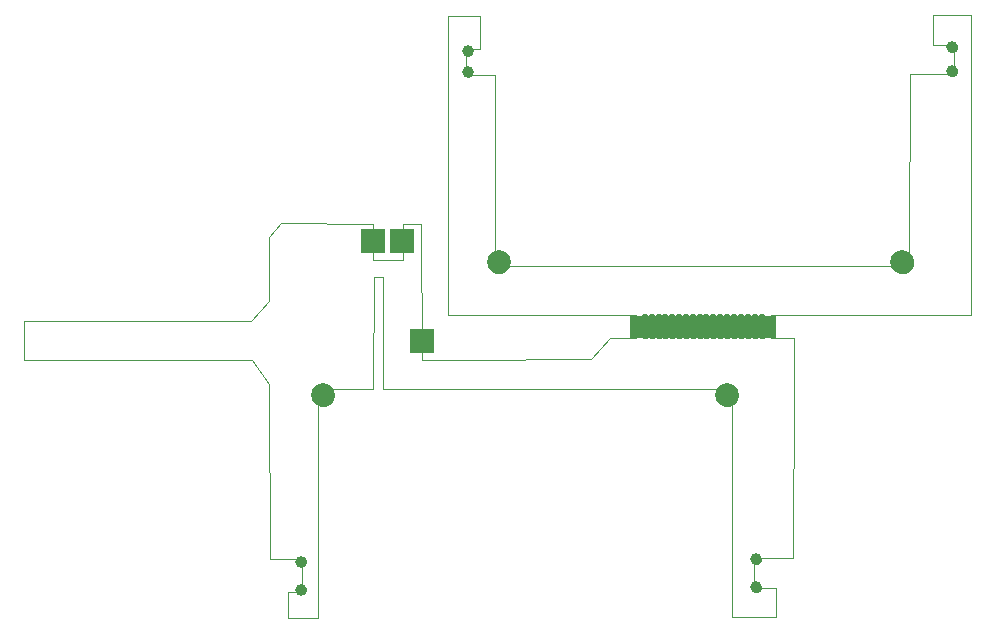
<source format=gbs>
G75*
%MOIN*%
%OFA0B0*%
%FSLAX25Y25*%
%IPPOS*%
%LPD*%
%AMOC8*
5,1,8,0,0,1.08239X$1,22.5*
%
%ADD10C,0.00004*%
%ADD11C,0.00000*%
%ADD12C,0.02769*%
%ADD13R,0.48684X0.07814*%
%ADD14C,0.07887*%
%ADD15C,0.03950*%
%ADD16R,0.07887X0.07887*%
D10*
X0083202Y0020583D02*
X0082929Y0078890D01*
X0076986Y0087044D01*
X0001002Y0086874D01*
X0001104Y0100001D01*
X0057883Y0099830D01*
X0076830Y0099977D01*
X0082822Y0106478D01*
X0082821Y0106477D02*
X0082847Y0127998D01*
X0086616Y0132487D01*
X0117286Y0132430D01*
X0117286Y0120173D01*
X0127589Y0120173D01*
X0127589Y0132178D01*
X0133527Y0132182D01*
X0133615Y0087052D01*
X0145636Y0087052D01*
X0145628Y0087052D02*
X0190098Y0087145D01*
X0196507Y0094247D01*
X0196508Y0094248D02*
X0203733Y0094192D01*
X0203722Y0094193D02*
X0203847Y0094194D01*
X0203972Y0094198D01*
X0204096Y0094206D01*
X0204220Y0094218D01*
X0204344Y0094234D01*
X0204467Y0094254D01*
X0204590Y0094278D01*
X0204712Y0094306D01*
X0204832Y0094337D01*
X0204952Y0094373D01*
X0205071Y0094412D01*
X0205188Y0094455D01*
X0205304Y0094502D01*
X0205418Y0094552D01*
X0205530Y0094606D01*
X0205641Y0094663D01*
X0205750Y0094724D01*
X0205857Y0094789D01*
X0205962Y0094856D01*
X0206065Y0094927D01*
X0206165Y0095002D01*
X0206263Y0095079D01*
X0206359Y0095159D01*
X0206451Y0095243D01*
X0206542Y0095329D01*
X0206629Y0095418D01*
X0206713Y0095510D01*
X0206795Y0095605D01*
X0206873Y0095702D01*
X0206949Y0095801D01*
X0207021Y0095903D01*
X0207090Y0096007D01*
X0207156Y0096113D01*
X0207218Y0096222D01*
X0207276Y0096332D01*
X0207332Y0096444D01*
X0207383Y0096557D01*
X0207431Y0096673D01*
X0207476Y0096789D01*
X0207516Y0096907D01*
X0207553Y0097027D01*
X0207586Y0097147D01*
X0207615Y0097268D01*
X0207640Y0097391D01*
X0207662Y0097514D01*
X0207679Y0097637D01*
X0207693Y0097761D01*
X0207703Y0097886D01*
X0207708Y0098011D01*
X0207710Y0098135D01*
X0207708Y0098260D01*
X0207702Y0098385D01*
X0207691Y0098509D01*
X0207677Y0098633D01*
X0207659Y0098757D01*
X0207637Y0098880D01*
X0207611Y0099002D01*
X0207582Y0099123D01*
X0207548Y0099243D01*
X0207511Y0099362D01*
X0207470Y0099480D01*
X0207425Y0099597D01*
X0207377Y0099712D01*
X0207325Y0099825D01*
X0207269Y0099937D01*
X0207210Y0100047D01*
X0207147Y0100155D01*
X0207081Y0100261D01*
X0207012Y0100365D01*
X0206939Y0100466D01*
X0206863Y0100565D01*
X0206784Y0100662D01*
X0206702Y0100756D01*
X0206617Y0100848D01*
X0206530Y0100937D01*
X0206439Y0101023D01*
X0206346Y0101106D01*
X0206250Y0101186D01*
X0206152Y0101263D01*
X0206051Y0101336D01*
X0205948Y0101407D01*
X0205843Y0101474D01*
X0205736Y0101538D01*
X0205627Y0101599D01*
X0205515Y0101656D01*
X0205403Y0101709D01*
X0205288Y0101759D01*
X0205172Y0101805D01*
X0205055Y0101847D01*
X0204936Y0101886D01*
X0204816Y0101921D01*
X0204695Y0101952D01*
X0204574Y0101979D01*
X0204451Y0102003D01*
X0204328Y0102022D01*
X0204204Y0102038D01*
X0204079Y0102049D01*
X0203955Y0102057D01*
X0203830Y0102061D01*
X0203829Y0102061D02*
X0196604Y0102117D01*
X0196568Y0102134D02*
X0142406Y0101948D01*
X0142406Y0125596D01*
X0142406Y0125595D02*
X0142385Y0184594D01*
X0142386Y0184588D02*
X0142386Y0201767D01*
X0153159Y0201767D01*
X0153041Y0190643D01*
X0148398Y0190525D01*
X0148516Y0181988D01*
X0158152Y0182106D01*
X0158154Y0182107D02*
X0158154Y0123176D01*
X0158153Y0123173D02*
X0158155Y0118265D01*
X0296118Y0118192D01*
X0296118Y0123717D01*
X0296119Y0123709D02*
X0296275Y0182335D01*
X0296277Y0182334D02*
X0311137Y0182319D01*
X0311162Y0191943D01*
X0304131Y0191959D01*
X0303989Y0201995D01*
X0316758Y0202023D01*
X0316763Y0202021D02*
X0316710Y0125987D01*
X0316710Y0125994D02*
X0316712Y0102071D01*
X0296116Y0102005D01*
X0254636Y0102060D01*
X0254643Y0102059D02*
X0251257Y0102059D01*
X0251263Y0102061D02*
X0251139Y0102054D01*
X0251016Y0102044D01*
X0250892Y0102030D01*
X0250770Y0102012D01*
X0250648Y0101990D01*
X0250527Y0101965D01*
X0250406Y0101935D01*
X0250287Y0101902D01*
X0250169Y0101864D01*
X0250052Y0101824D01*
X0249936Y0101779D01*
X0249822Y0101731D01*
X0249709Y0101679D01*
X0249598Y0101624D01*
X0249489Y0101565D01*
X0249382Y0101503D01*
X0249277Y0101437D01*
X0249174Y0101368D01*
X0249073Y0101296D01*
X0248975Y0101220D01*
X0248879Y0101142D01*
X0248785Y0101061D01*
X0248694Y0100976D01*
X0248606Y0100889D01*
X0248521Y0100799D01*
X0248439Y0100706D01*
X0248359Y0100611D01*
X0248283Y0100514D01*
X0248210Y0100414D01*
X0248140Y0100311D01*
X0248073Y0100207D01*
X0248010Y0100100D01*
X0247950Y0099992D01*
X0247893Y0099882D01*
X0247840Y0099769D01*
X0247791Y0099656D01*
X0247745Y0099541D01*
X0247703Y0099424D01*
X0247665Y0099306D01*
X0247630Y0099187D01*
X0247599Y0099067D01*
X0247573Y0098946D01*
X0247549Y0098824D01*
X0247530Y0098702D01*
X0247515Y0098579D01*
X0247503Y0098455D01*
X0247496Y0098332D01*
X0247492Y0098208D01*
X0247493Y0098084D01*
X0247497Y0097960D01*
X0247505Y0097836D01*
X0247517Y0097713D01*
X0247533Y0097590D01*
X0247553Y0097468D01*
X0247577Y0097346D01*
X0247605Y0097225D01*
X0247636Y0097105D01*
X0247671Y0096987D01*
X0247710Y0096869D01*
X0247753Y0096753D01*
X0247800Y0096638D01*
X0247850Y0096524D01*
X0247903Y0096412D01*
X0247960Y0096302D01*
X0248021Y0096194D01*
X0248085Y0096088D01*
X0248152Y0095984D01*
X0248223Y0095882D01*
X0248297Y0095783D01*
X0248373Y0095685D01*
X0248453Y0095591D01*
X0248536Y0095499D01*
X0248622Y0095409D01*
X0248711Y0095322D01*
X0248802Y0095239D01*
X0248896Y0095158D01*
X0248992Y0095080D01*
X0249091Y0095005D01*
X0249192Y0094933D01*
X0249296Y0094865D01*
X0249401Y0094800D01*
X0249509Y0094738D01*
X0249618Y0094680D01*
X0249729Y0094625D01*
X0249842Y0094574D01*
X0249957Y0094527D01*
X0250073Y0094483D01*
X0250190Y0094443D01*
X0250308Y0094406D01*
X0250428Y0094373D01*
X0250548Y0094345D01*
X0250670Y0094319D01*
X0250792Y0094298D01*
X0250915Y0094281D01*
X0251038Y0094268D01*
X0251161Y0094258D01*
X0251285Y0094253D01*
X0251409Y0094251D01*
X0251533Y0094253D01*
X0251521Y0094254D02*
X0257655Y0094249D01*
X0257706Y0079975D01*
X0257703Y0079986D02*
X0257429Y0020926D01*
X0257427Y0020927D02*
X0244592Y0020943D01*
X0244592Y0011089D01*
X0251623Y0011073D01*
X0251623Y0001463D01*
X0236945Y0001293D01*
X0236941Y0001295D02*
X0236993Y0077329D01*
X0120608Y0077334D01*
X0120711Y0114690D01*
X0117694Y0114722D01*
X0117591Y0077373D01*
X0117313Y0077373D01*
X0099266Y0077292D01*
X0099089Y0018293D01*
X0099088Y0018299D02*
X0099088Y0001120D01*
X0089221Y0001002D01*
X0089221Y0009761D01*
X0093864Y0009879D01*
X0093864Y0020584D01*
X0083205Y0020584D01*
D11*
X0091901Y0019802D02*
X0091903Y0019881D01*
X0091909Y0019960D01*
X0091919Y0020039D01*
X0091933Y0020117D01*
X0091950Y0020194D01*
X0091972Y0020270D01*
X0091997Y0020345D01*
X0092027Y0020418D01*
X0092059Y0020490D01*
X0092096Y0020561D01*
X0092136Y0020629D01*
X0092179Y0020695D01*
X0092225Y0020759D01*
X0092275Y0020821D01*
X0092328Y0020880D01*
X0092383Y0020936D01*
X0092442Y0020990D01*
X0092503Y0021040D01*
X0092566Y0021088D01*
X0092632Y0021132D01*
X0092700Y0021173D01*
X0092770Y0021210D01*
X0092841Y0021244D01*
X0092915Y0021274D01*
X0092989Y0021300D01*
X0093065Y0021322D01*
X0093142Y0021341D01*
X0093220Y0021356D01*
X0093298Y0021367D01*
X0093377Y0021374D01*
X0093456Y0021377D01*
X0093535Y0021376D01*
X0093614Y0021371D01*
X0093693Y0021362D01*
X0093771Y0021349D01*
X0093848Y0021332D01*
X0093925Y0021312D01*
X0094000Y0021287D01*
X0094074Y0021259D01*
X0094147Y0021227D01*
X0094217Y0021192D01*
X0094286Y0021153D01*
X0094353Y0021110D01*
X0094418Y0021064D01*
X0094480Y0021016D01*
X0094540Y0020964D01*
X0094597Y0020909D01*
X0094651Y0020851D01*
X0094702Y0020791D01*
X0094750Y0020728D01*
X0094795Y0020663D01*
X0094837Y0020595D01*
X0094875Y0020526D01*
X0094909Y0020455D01*
X0094940Y0020382D01*
X0094968Y0020307D01*
X0094991Y0020232D01*
X0095011Y0020155D01*
X0095027Y0020078D01*
X0095039Y0019999D01*
X0095047Y0019921D01*
X0095051Y0019842D01*
X0095051Y0019762D01*
X0095047Y0019683D01*
X0095039Y0019605D01*
X0095027Y0019526D01*
X0095011Y0019449D01*
X0094991Y0019372D01*
X0094968Y0019297D01*
X0094940Y0019222D01*
X0094909Y0019149D01*
X0094875Y0019078D01*
X0094837Y0019009D01*
X0094795Y0018941D01*
X0094750Y0018876D01*
X0094702Y0018813D01*
X0094651Y0018753D01*
X0094597Y0018695D01*
X0094540Y0018640D01*
X0094480Y0018588D01*
X0094418Y0018540D01*
X0094353Y0018494D01*
X0094286Y0018451D01*
X0094217Y0018412D01*
X0094147Y0018377D01*
X0094074Y0018345D01*
X0094000Y0018317D01*
X0093925Y0018292D01*
X0093848Y0018272D01*
X0093771Y0018255D01*
X0093693Y0018242D01*
X0093614Y0018233D01*
X0093535Y0018228D01*
X0093456Y0018227D01*
X0093377Y0018230D01*
X0093298Y0018237D01*
X0093220Y0018248D01*
X0093142Y0018263D01*
X0093065Y0018282D01*
X0092989Y0018304D01*
X0092915Y0018330D01*
X0092841Y0018360D01*
X0092770Y0018394D01*
X0092700Y0018431D01*
X0092632Y0018472D01*
X0092566Y0018516D01*
X0092503Y0018564D01*
X0092442Y0018614D01*
X0092383Y0018668D01*
X0092328Y0018724D01*
X0092275Y0018783D01*
X0092225Y0018845D01*
X0092179Y0018909D01*
X0092136Y0018975D01*
X0092096Y0019043D01*
X0092059Y0019114D01*
X0092027Y0019186D01*
X0091997Y0019259D01*
X0091972Y0019334D01*
X0091950Y0019410D01*
X0091933Y0019487D01*
X0091919Y0019565D01*
X0091909Y0019644D01*
X0091903Y0019723D01*
X0091901Y0019802D01*
X0091901Y0010404D02*
X0091903Y0010483D01*
X0091909Y0010562D01*
X0091919Y0010641D01*
X0091933Y0010719D01*
X0091950Y0010796D01*
X0091972Y0010872D01*
X0091997Y0010947D01*
X0092027Y0011020D01*
X0092059Y0011092D01*
X0092096Y0011163D01*
X0092136Y0011231D01*
X0092179Y0011297D01*
X0092225Y0011361D01*
X0092275Y0011423D01*
X0092328Y0011482D01*
X0092383Y0011538D01*
X0092442Y0011592D01*
X0092503Y0011642D01*
X0092566Y0011690D01*
X0092632Y0011734D01*
X0092700Y0011775D01*
X0092770Y0011812D01*
X0092841Y0011846D01*
X0092915Y0011876D01*
X0092989Y0011902D01*
X0093065Y0011924D01*
X0093142Y0011943D01*
X0093220Y0011958D01*
X0093298Y0011969D01*
X0093377Y0011976D01*
X0093456Y0011979D01*
X0093535Y0011978D01*
X0093614Y0011973D01*
X0093693Y0011964D01*
X0093771Y0011951D01*
X0093848Y0011934D01*
X0093925Y0011914D01*
X0094000Y0011889D01*
X0094074Y0011861D01*
X0094147Y0011829D01*
X0094217Y0011794D01*
X0094286Y0011755D01*
X0094353Y0011712D01*
X0094418Y0011666D01*
X0094480Y0011618D01*
X0094540Y0011566D01*
X0094597Y0011511D01*
X0094651Y0011453D01*
X0094702Y0011393D01*
X0094750Y0011330D01*
X0094795Y0011265D01*
X0094837Y0011197D01*
X0094875Y0011128D01*
X0094909Y0011057D01*
X0094940Y0010984D01*
X0094968Y0010909D01*
X0094991Y0010834D01*
X0095011Y0010757D01*
X0095027Y0010680D01*
X0095039Y0010601D01*
X0095047Y0010523D01*
X0095051Y0010444D01*
X0095051Y0010364D01*
X0095047Y0010285D01*
X0095039Y0010207D01*
X0095027Y0010128D01*
X0095011Y0010051D01*
X0094991Y0009974D01*
X0094968Y0009899D01*
X0094940Y0009824D01*
X0094909Y0009751D01*
X0094875Y0009680D01*
X0094837Y0009611D01*
X0094795Y0009543D01*
X0094750Y0009478D01*
X0094702Y0009415D01*
X0094651Y0009355D01*
X0094597Y0009297D01*
X0094540Y0009242D01*
X0094480Y0009190D01*
X0094418Y0009142D01*
X0094353Y0009096D01*
X0094286Y0009053D01*
X0094217Y0009014D01*
X0094147Y0008979D01*
X0094074Y0008947D01*
X0094000Y0008919D01*
X0093925Y0008894D01*
X0093848Y0008874D01*
X0093771Y0008857D01*
X0093693Y0008844D01*
X0093614Y0008835D01*
X0093535Y0008830D01*
X0093456Y0008829D01*
X0093377Y0008832D01*
X0093298Y0008839D01*
X0093220Y0008850D01*
X0093142Y0008865D01*
X0093065Y0008884D01*
X0092989Y0008906D01*
X0092915Y0008932D01*
X0092841Y0008962D01*
X0092770Y0008996D01*
X0092700Y0009033D01*
X0092632Y0009074D01*
X0092566Y0009118D01*
X0092503Y0009166D01*
X0092442Y0009216D01*
X0092383Y0009270D01*
X0092328Y0009326D01*
X0092275Y0009385D01*
X0092225Y0009447D01*
X0092179Y0009511D01*
X0092136Y0009577D01*
X0092096Y0009645D01*
X0092059Y0009716D01*
X0092027Y0009788D01*
X0091997Y0009861D01*
X0091972Y0009936D01*
X0091950Y0010012D01*
X0091933Y0010089D01*
X0091919Y0010167D01*
X0091909Y0010246D01*
X0091903Y0010325D01*
X0091901Y0010404D01*
X0097271Y0075187D02*
X0097273Y0075305D01*
X0097279Y0075424D01*
X0097289Y0075542D01*
X0097303Y0075659D01*
X0097320Y0075776D01*
X0097342Y0075893D01*
X0097368Y0076008D01*
X0097397Y0076123D01*
X0097430Y0076237D01*
X0097467Y0076349D01*
X0097508Y0076460D01*
X0097552Y0076570D01*
X0097600Y0076678D01*
X0097652Y0076785D01*
X0097707Y0076890D01*
X0097766Y0076993D01*
X0097828Y0077093D01*
X0097893Y0077192D01*
X0097962Y0077289D01*
X0098033Y0077383D01*
X0098108Y0077474D01*
X0098186Y0077564D01*
X0098267Y0077650D01*
X0098351Y0077734D01*
X0098437Y0077815D01*
X0098527Y0077893D01*
X0098618Y0077968D01*
X0098712Y0078039D01*
X0098809Y0078108D01*
X0098908Y0078173D01*
X0099008Y0078235D01*
X0099111Y0078294D01*
X0099216Y0078349D01*
X0099323Y0078401D01*
X0099431Y0078449D01*
X0099541Y0078493D01*
X0099652Y0078534D01*
X0099764Y0078571D01*
X0099878Y0078604D01*
X0099993Y0078633D01*
X0100108Y0078659D01*
X0100225Y0078681D01*
X0100342Y0078698D01*
X0100459Y0078712D01*
X0100577Y0078722D01*
X0100696Y0078728D01*
X0100814Y0078730D01*
X0100932Y0078728D01*
X0101051Y0078722D01*
X0101169Y0078712D01*
X0101286Y0078698D01*
X0101403Y0078681D01*
X0101520Y0078659D01*
X0101635Y0078633D01*
X0101750Y0078604D01*
X0101864Y0078571D01*
X0101976Y0078534D01*
X0102087Y0078493D01*
X0102197Y0078449D01*
X0102305Y0078401D01*
X0102412Y0078349D01*
X0102517Y0078294D01*
X0102620Y0078235D01*
X0102720Y0078173D01*
X0102819Y0078108D01*
X0102916Y0078039D01*
X0103010Y0077968D01*
X0103101Y0077893D01*
X0103191Y0077815D01*
X0103277Y0077734D01*
X0103361Y0077650D01*
X0103442Y0077564D01*
X0103520Y0077474D01*
X0103595Y0077383D01*
X0103666Y0077289D01*
X0103735Y0077192D01*
X0103800Y0077093D01*
X0103862Y0076993D01*
X0103921Y0076890D01*
X0103976Y0076785D01*
X0104028Y0076678D01*
X0104076Y0076570D01*
X0104120Y0076460D01*
X0104161Y0076349D01*
X0104198Y0076237D01*
X0104231Y0076123D01*
X0104260Y0076008D01*
X0104286Y0075893D01*
X0104308Y0075776D01*
X0104325Y0075659D01*
X0104339Y0075542D01*
X0104349Y0075424D01*
X0104355Y0075305D01*
X0104357Y0075187D01*
X0104355Y0075069D01*
X0104349Y0074950D01*
X0104339Y0074832D01*
X0104325Y0074715D01*
X0104308Y0074598D01*
X0104286Y0074481D01*
X0104260Y0074366D01*
X0104231Y0074251D01*
X0104198Y0074137D01*
X0104161Y0074025D01*
X0104120Y0073914D01*
X0104076Y0073804D01*
X0104028Y0073696D01*
X0103976Y0073589D01*
X0103921Y0073484D01*
X0103862Y0073381D01*
X0103800Y0073281D01*
X0103735Y0073182D01*
X0103666Y0073085D01*
X0103595Y0072991D01*
X0103520Y0072900D01*
X0103442Y0072810D01*
X0103361Y0072724D01*
X0103277Y0072640D01*
X0103191Y0072559D01*
X0103101Y0072481D01*
X0103010Y0072406D01*
X0102916Y0072335D01*
X0102819Y0072266D01*
X0102720Y0072201D01*
X0102620Y0072139D01*
X0102517Y0072080D01*
X0102412Y0072025D01*
X0102305Y0071973D01*
X0102197Y0071925D01*
X0102087Y0071881D01*
X0101976Y0071840D01*
X0101864Y0071803D01*
X0101750Y0071770D01*
X0101635Y0071741D01*
X0101520Y0071715D01*
X0101403Y0071693D01*
X0101286Y0071676D01*
X0101169Y0071662D01*
X0101051Y0071652D01*
X0100932Y0071646D01*
X0100814Y0071644D01*
X0100696Y0071646D01*
X0100577Y0071652D01*
X0100459Y0071662D01*
X0100342Y0071676D01*
X0100225Y0071693D01*
X0100108Y0071715D01*
X0099993Y0071741D01*
X0099878Y0071770D01*
X0099764Y0071803D01*
X0099652Y0071840D01*
X0099541Y0071881D01*
X0099431Y0071925D01*
X0099323Y0071973D01*
X0099216Y0072025D01*
X0099111Y0072080D01*
X0099008Y0072139D01*
X0098908Y0072201D01*
X0098809Y0072266D01*
X0098712Y0072335D01*
X0098618Y0072406D01*
X0098527Y0072481D01*
X0098437Y0072559D01*
X0098351Y0072640D01*
X0098267Y0072724D01*
X0098186Y0072810D01*
X0098108Y0072900D01*
X0098033Y0072991D01*
X0097962Y0073085D01*
X0097893Y0073182D01*
X0097828Y0073281D01*
X0097766Y0073381D01*
X0097707Y0073484D01*
X0097652Y0073589D01*
X0097600Y0073696D01*
X0097552Y0073804D01*
X0097508Y0073914D01*
X0097467Y0074025D01*
X0097430Y0074137D01*
X0097397Y0074251D01*
X0097368Y0074366D01*
X0097342Y0074481D01*
X0097320Y0074598D01*
X0097303Y0074715D01*
X0097289Y0074832D01*
X0097279Y0074950D01*
X0097273Y0075069D01*
X0097271Y0075187D01*
X0155735Y0119478D02*
X0155737Y0119596D01*
X0155743Y0119715D01*
X0155753Y0119833D01*
X0155767Y0119950D01*
X0155784Y0120067D01*
X0155806Y0120184D01*
X0155832Y0120299D01*
X0155861Y0120414D01*
X0155894Y0120528D01*
X0155931Y0120640D01*
X0155972Y0120751D01*
X0156016Y0120861D01*
X0156064Y0120969D01*
X0156116Y0121076D01*
X0156171Y0121181D01*
X0156230Y0121284D01*
X0156292Y0121384D01*
X0156357Y0121483D01*
X0156426Y0121580D01*
X0156497Y0121674D01*
X0156572Y0121765D01*
X0156650Y0121855D01*
X0156731Y0121941D01*
X0156815Y0122025D01*
X0156901Y0122106D01*
X0156991Y0122184D01*
X0157082Y0122259D01*
X0157176Y0122330D01*
X0157273Y0122399D01*
X0157372Y0122464D01*
X0157472Y0122526D01*
X0157575Y0122585D01*
X0157680Y0122640D01*
X0157787Y0122692D01*
X0157895Y0122740D01*
X0158005Y0122784D01*
X0158116Y0122825D01*
X0158228Y0122862D01*
X0158342Y0122895D01*
X0158457Y0122924D01*
X0158572Y0122950D01*
X0158689Y0122972D01*
X0158806Y0122989D01*
X0158923Y0123003D01*
X0159041Y0123013D01*
X0159160Y0123019D01*
X0159278Y0123021D01*
X0159396Y0123019D01*
X0159515Y0123013D01*
X0159633Y0123003D01*
X0159750Y0122989D01*
X0159867Y0122972D01*
X0159984Y0122950D01*
X0160099Y0122924D01*
X0160214Y0122895D01*
X0160328Y0122862D01*
X0160440Y0122825D01*
X0160551Y0122784D01*
X0160661Y0122740D01*
X0160769Y0122692D01*
X0160876Y0122640D01*
X0160981Y0122585D01*
X0161084Y0122526D01*
X0161184Y0122464D01*
X0161283Y0122399D01*
X0161380Y0122330D01*
X0161474Y0122259D01*
X0161565Y0122184D01*
X0161655Y0122106D01*
X0161741Y0122025D01*
X0161825Y0121941D01*
X0161906Y0121855D01*
X0161984Y0121765D01*
X0162059Y0121674D01*
X0162130Y0121580D01*
X0162199Y0121483D01*
X0162264Y0121384D01*
X0162326Y0121284D01*
X0162385Y0121181D01*
X0162440Y0121076D01*
X0162492Y0120969D01*
X0162540Y0120861D01*
X0162584Y0120751D01*
X0162625Y0120640D01*
X0162662Y0120528D01*
X0162695Y0120414D01*
X0162724Y0120299D01*
X0162750Y0120184D01*
X0162772Y0120067D01*
X0162789Y0119950D01*
X0162803Y0119833D01*
X0162813Y0119715D01*
X0162819Y0119596D01*
X0162821Y0119478D01*
X0162819Y0119360D01*
X0162813Y0119241D01*
X0162803Y0119123D01*
X0162789Y0119006D01*
X0162772Y0118889D01*
X0162750Y0118772D01*
X0162724Y0118657D01*
X0162695Y0118542D01*
X0162662Y0118428D01*
X0162625Y0118316D01*
X0162584Y0118205D01*
X0162540Y0118095D01*
X0162492Y0117987D01*
X0162440Y0117880D01*
X0162385Y0117775D01*
X0162326Y0117672D01*
X0162264Y0117572D01*
X0162199Y0117473D01*
X0162130Y0117376D01*
X0162059Y0117282D01*
X0161984Y0117191D01*
X0161906Y0117101D01*
X0161825Y0117015D01*
X0161741Y0116931D01*
X0161655Y0116850D01*
X0161565Y0116772D01*
X0161474Y0116697D01*
X0161380Y0116626D01*
X0161283Y0116557D01*
X0161184Y0116492D01*
X0161084Y0116430D01*
X0160981Y0116371D01*
X0160876Y0116316D01*
X0160769Y0116264D01*
X0160661Y0116216D01*
X0160551Y0116172D01*
X0160440Y0116131D01*
X0160328Y0116094D01*
X0160214Y0116061D01*
X0160099Y0116032D01*
X0159984Y0116006D01*
X0159867Y0115984D01*
X0159750Y0115967D01*
X0159633Y0115953D01*
X0159515Y0115943D01*
X0159396Y0115937D01*
X0159278Y0115935D01*
X0159160Y0115937D01*
X0159041Y0115943D01*
X0158923Y0115953D01*
X0158806Y0115967D01*
X0158689Y0115984D01*
X0158572Y0116006D01*
X0158457Y0116032D01*
X0158342Y0116061D01*
X0158228Y0116094D01*
X0158116Y0116131D01*
X0158005Y0116172D01*
X0157895Y0116216D01*
X0157787Y0116264D01*
X0157680Y0116316D01*
X0157575Y0116371D01*
X0157472Y0116430D01*
X0157372Y0116492D01*
X0157273Y0116557D01*
X0157176Y0116626D01*
X0157082Y0116697D01*
X0156991Y0116772D01*
X0156901Y0116850D01*
X0156815Y0116931D01*
X0156731Y0117015D01*
X0156650Y0117101D01*
X0156572Y0117191D01*
X0156497Y0117282D01*
X0156426Y0117376D01*
X0156357Y0117473D01*
X0156292Y0117572D01*
X0156230Y0117672D01*
X0156171Y0117775D01*
X0156116Y0117880D01*
X0156064Y0117987D01*
X0156016Y0118095D01*
X0155972Y0118205D01*
X0155931Y0118316D01*
X0155894Y0118428D01*
X0155861Y0118542D01*
X0155832Y0118657D01*
X0155806Y0118772D01*
X0155784Y0118889D01*
X0155767Y0119006D01*
X0155753Y0119123D01*
X0155743Y0119241D01*
X0155737Y0119360D01*
X0155735Y0119478D01*
X0207091Y0101027D02*
X0207093Y0101089D01*
X0207099Y0101152D01*
X0207109Y0101213D01*
X0207123Y0101274D01*
X0207140Y0101334D01*
X0207161Y0101393D01*
X0207187Y0101450D01*
X0207215Y0101505D01*
X0207247Y0101559D01*
X0207283Y0101610D01*
X0207321Y0101660D01*
X0207363Y0101706D01*
X0207407Y0101750D01*
X0207455Y0101791D01*
X0207504Y0101829D01*
X0207556Y0101863D01*
X0207610Y0101894D01*
X0207666Y0101922D01*
X0207724Y0101946D01*
X0207783Y0101967D01*
X0207843Y0101983D01*
X0207904Y0101996D01*
X0207966Y0102005D01*
X0208028Y0102010D01*
X0208091Y0102011D01*
X0208153Y0102008D01*
X0208215Y0102001D01*
X0208277Y0101990D01*
X0208337Y0101975D01*
X0208397Y0101957D01*
X0208455Y0101935D01*
X0208512Y0101909D01*
X0208567Y0101879D01*
X0208620Y0101846D01*
X0208671Y0101810D01*
X0208719Y0101771D01*
X0208765Y0101728D01*
X0208808Y0101683D01*
X0208848Y0101635D01*
X0208885Y0101585D01*
X0208919Y0101532D01*
X0208950Y0101478D01*
X0208976Y0101422D01*
X0209000Y0101364D01*
X0209019Y0101304D01*
X0209035Y0101244D01*
X0209047Y0101182D01*
X0209055Y0101121D01*
X0209059Y0101058D01*
X0209059Y0100996D01*
X0209055Y0100933D01*
X0209047Y0100872D01*
X0209035Y0100810D01*
X0209019Y0100750D01*
X0209000Y0100690D01*
X0208976Y0100632D01*
X0208950Y0100576D01*
X0208919Y0100522D01*
X0208885Y0100469D01*
X0208848Y0100419D01*
X0208808Y0100371D01*
X0208765Y0100326D01*
X0208719Y0100283D01*
X0208671Y0100244D01*
X0208620Y0100208D01*
X0208567Y0100175D01*
X0208512Y0100145D01*
X0208455Y0100119D01*
X0208397Y0100097D01*
X0208337Y0100079D01*
X0208277Y0100064D01*
X0208215Y0100053D01*
X0208153Y0100046D01*
X0208091Y0100043D01*
X0208028Y0100044D01*
X0207966Y0100049D01*
X0207904Y0100058D01*
X0207843Y0100071D01*
X0207783Y0100087D01*
X0207724Y0100108D01*
X0207666Y0100132D01*
X0207610Y0100160D01*
X0207556Y0100191D01*
X0207504Y0100225D01*
X0207455Y0100263D01*
X0207407Y0100304D01*
X0207363Y0100348D01*
X0207321Y0100394D01*
X0207283Y0100444D01*
X0207247Y0100495D01*
X0207215Y0100549D01*
X0207187Y0100604D01*
X0207161Y0100661D01*
X0207140Y0100720D01*
X0207123Y0100780D01*
X0207109Y0100841D01*
X0207099Y0100902D01*
X0207093Y0100965D01*
X0207091Y0101027D01*
X0209342Y0101027D02*
X0209344Y0101089D01*
X0209350Y0101152D01*
X0209360Y0101213D01*
X0209374Y0101274D01*
X0209391Y0101334D01*
X0209412Y0101393D01*
X0209438Y0101450D01*
X0209466Y0101505D01*
X0209498Y0101559D01*
X0209534Y0101610D01*
X0209572Y0101660D01*
X0209614Y0101706D01*
X0209658Y0101750D01*
X0209706Y0101791D01*
X0209755Y0101829D01*
X0209807Y0101863D01*
X0209861Y0101894D01*
X0209917Y0101922D01*
X0209975Y0101946D01*
X0210034Y0101967D01*
X0210094Y0101983D01*
X0210155Y0101996D01*
X0210217Y0102005D01*
X0210279Y0102010D01*
X0210342Y0102011D01*
X0210404Y0102008D01*
X0210466Y0102001D01*
X0210528Y0101990D01*
X0210588Y0101975D01*
X0210648Y0101957D01*
X0210706Y0101935D01*
X0210763Y0101909D01*
X0210818Y0101879D01*
X0210871Y0101846D01*
X0210922Y0101810D01*
X0210970Y0101771D01*
X0211016Y0101728D01*
X0211059Y0101683D01*
X0211099Y0101635D01*
X0211136Y0101585D01*
X0211170Y0101532D01*
X0211201Y0101478D01*
X0211227Y0101422D01*
X0211251Y0101364D01*
X0211270Y0101304D01*
X0211286Y0101244D01*
X0211298Y0101182D01*
X0211306Y0101121D01*
X0211310Y0101058D01*
X0211310Y0100996D01*
X0211306Y0100933D01*
X0211298Y0100872D01*
X0211286Y0100810D01*
X0211270Y0100750D01*
X0211251Y0100690D01*
X0211227Y0100632D01*
X0211201Y0100576D01*
X0211170Y0100522D01*
X0211136Y0100469D01*
X0211099Y0100419D01*
X0211059Y0100371D01*
X0211016Y0100326D01*
X0210970Y0100283D01*
X0210922Y0100244D01*
X0210871Y0100208D01*
X0210818Y0100175D01*
X0210763Y0100145D01*
X0210706Y0100119D01*
X0210648Y0100097D01*
X0210588Y0100079D01*
X0210528Y0100064D01*
X0210466Y0100053D01*
X0210404Y0100046D01*
X0210342Y0100043D01*
X0210279Y0100044D01*
X0210217Y0100049D01*
X0210155Y0100058D01*
X0210094Y0100071D01*
X0210034Y0100087D01*
X0209975Y0100108D01*
X0209917Y0100132D01*
X0209861Y0100160D01*
X0209807Y0100191D01*
X0209755Y0100225D01*
X0209706Y0100263D01*
X0209658Y0100304D01*
X0209614Y0100348D01*
X0209572Y0100394D01*
X0209534Y0100444D01*
X0209498Y0100495D01*
X0209466Y0100549D01*
X0209438Y0100604D01*
X0209412Y0100661D01*
X0209391Y0100720D01*
X0209374Y0100780D01*
X0209360Y0100841D01*
X0209350Y0100902D01*
X0209344Y0100965D01*
X0209342Y0101027D01*
X0211659Y0101027D02*
X0211661Y0101089D01*
X0211667Y0101152D01*
X0211677Y0101213D01*
X0211691Y0101274D01*
X0211708Y0101334D01*
X0211729Y0101393D01*
X0211755Y0101450D01*
X0211783Y0101505D01*
X0211815Y0101559D01*
X0211851Y0101610D01*
X0211889Y0101660D01*
X0211931Y0101706D01*
X0211975Y0101750D01*
X0212023Y0101791D01*
X0212072Y0101829D01*
X0212124Y0101863D01*
X0212178Y0101894D01*
X0212234Y0101922D01*
X0212292Y0101946D01*
X0212351Y0101967D01*
X0212411Y0101983D01*
X0212472Y0101996D01*
X0212534Y0102005D01*
X0212596Y0102010D01*
X0212659Y0102011D01*
X0212721Y0102008D01*
X0212783Y0102001D01*
X0212845Y0101990D01*
X0212905Y0101975D01*
X0212965Y0101957D01*
X0213023Y0101935D01*
X0213080Y0101909D01*
X0213135Y0101879D01*
X0213188Y0101846D01*
X0213239Y0101810D01*
X0213287Y0101771D01*
X0213333Y0101728D01*
X0213376Y0101683D01*
X0213416Y0101635D01*
X0213453Y0101585D01*
X0213487Y0101532D01*
X0213518Y0101478D01*
X0213544Y0101422D01*
X0213568Y0101364D01*
X0213587Y0101304D01*
X0213603Y0101244D01*
X0213615Y0101182D01*
X0213623Y0101121D01*
X0213627Y0101058D01*
X0213627Y0100996D01*
X0213623Y0100933D01*
X0213615Y0100872D01*
X0213603Y0100810D01*
X0213587Y0100750D01*
X0213568Y0100690D01*
X0213544Y0100632D01*
X0213518Y0100576D01*
X0213487Y0100522D01*
X0213453Y0100469D01*
X0213416Y0100419D01*
X0213376Y0100371D01*
X0213333Y0100326D01*
X0213287Y0100283D01*
X0213239Y0100244D01*
X0213188Y0100208D01*
X0213135Y0100175D01*
X0213080Y0100145D01*
X0213023Y0100119D01*
X0212965Y0100097D01*
X0212905Y0100079D01*
X0212845Y0100064D01*
X0212783Y0100053D01*
X0212721Y0100046D01*
X0212659Y0100043D01*
X0212596Y0100044D01*
X0212534Y0100049D01*
X0212472Y0100058D01*
X0212411Y0100071D01*
X0212351Y0100087D01*
X0212292Y0100108D01*
X0212234Y0100132D01*
X0212178Y0100160D01*
X0212124Y0100191D01*
X0212072Y0100225D01*
X0212023Y0100263D01*
X0211975Y0100304D01*
X0211931Y0100348D01*
X0211889Y0100394D01*
X0211851Y0100444D01*
X0211815Y0100495D01*
X0211783Y0100549D01*
X0211755Y0100604D01*
X0211729Y0100661D01*
X0211708Y0100720D01*
X0211691Y0100780D01*
X0211677Y0100841D01*
X0211667Y0100902D01*
X0211661Y0100965D01*
X0211659Y0101027D01*
X0213936Y0101027D02*
X0213938Y0101089D01*
X0213944Y0101152D01*
X0213954Y0101213D01*
X0213968Y0101274D01*
X0213985Y0101334D01*
X0214006Y0101393D01*
X0214032Y0101450D01*
X0214060Y0101505D01*
X0214092Y0101559D01*
X0214128Y0101610D01*
X0214166Y0101660D01*
X0214208Y0101706D01*
X0214252Y0101750D01*
X0214300Y0101791D01*
X0214349Y0101829D01*
X0214401Y0101863D01*
X0214455Y0101894D01*
X0214511Y0101922D01*
X0214569Y0101946D01*
X0214628Y0101967D01*
X0214688Y0101983D01*
X0214749Y0101996D01*
X0214811Y0102005D01*
X0214873Y0102010D01*
X0214936Y0102011D01*
X0214998Y0102008D01*
X0215060Y0102001D01*
X0215122Y0101990D01*
X0215182Y0101975D01*
X0215242Y0101957D01*
X0215300Y0101935D01*
X0215357Y0101909D01*
X0215412Y0101879D01*
X0215465Y0101846D01*
X0215516Y0101810D01*
X0215564Y0101771D01*
X0215610Y0101728D01*
X0215653Y0101683D01*
X0215693Y0101635D01*
X0215730Y0101585D01*
X0215764Y0101532D01*
X0215795Y0101478D01*
X0215821Y0101422D01*
X0215845Y0101364D01*
X0215864Y0101304D01*
X0215880Y0101244D01*
X0215892Y0101182D01*
X0215900Y0101121D01*
X0215904Y0101058D01*
X0215904Y0100996D01*
X0215900Y0100933D01*
X0215892Y0100872D01*
X0215880Y0100810D01*
X0215864Y0100750D01*
X0215845Y0100690D01*
X0215821Y0100632D01*
X0215795Y0100576D01*
X0215764Y0100522D01*
X0215730Y0100469D01*
X0215693Y0100419D01*
X0215653Y0100371D01*
X0215610Y0100326D01*
X0215564Y0100283D01*
X0215516Y0100244D01*
X0215465Y0100208D01*
X0215412Y0100175D01*
X0215357Y0100145D01*
X0215300Y0100119D01*
X0215242Y0100097D01*
X0215182Y0100079D01*
X0215122Y0100064D01*
X0215060Y0100053D01*
X0214998Y0100046D01*
X0214936Y0100043D01*
X0214873Y0100044D01*
X0214811Y0100049D01*
X0214749Y0100058D01*
X0214688Y0100071D01*
X0214628Y0100087D01*
X0214569Y0100108D01*
X0214511Y0100132D01*
X0214455Y0100160D01*
X0214401Y0100191D01*
X0214349Y0100225D01*
X0214300Y0100263D01*
X0214252Y0100304D01*
X0214208Y0100348D01*
X0214166Y0100394D01*
X0214128Y0100444D01*
X0214092Y0100495D01*
X0214060Y0100549D01*
X0214032Y0100604D01*
X0214006Y0100661D01*
X0213985Y0100720D01*
X0213968Y0100780D01*
X0213954Y0100841D01*
X0213944Y0100902D01*
X0213938Y0100965D01*
X0213936Y0101027D01*
X0216253Y0101027D02*
X0216255Y0101089D01*
X0216261Y0101152D01*
X0216271Y0101213D01*
X0216285Y0101274D01*
X0216302Y0101334D01*
X0216323Y0101393D01*
X0216349Y0101450D01*
X0216377Y0101505D01*
X0216409Y0101559D01*
X0216445Y0101610D01*
X0216483Y0101660D01*
X0216525Y0101706D01*
X0216569Y0101750D01*
X0216617Y0101791D01*
X0216666Y0101829D01*
X0216718Y0101863D01*
X0216772Y0101894D01*
X0216828Y0101922D01*
X0216886Y0101946D01*
X0216945Y0101967D01*
X0217005Y0101983D01*
X0217066Y0101996D01*
X0217128Y0102005D01*
X0217190Y0102010D01*
X0217253Y0102011D01*
X0217315Y0102008D01*
X0217377Y0102001D01*
X0217439Y0101990D01*
X0217499Y0101975D01*
X0217559Y0101957D01*
X0217617Y0101935D01*
X0217674Y0101909D01*
X0217729Y0101879D01*
X0217782Y0101846D01*
X0217833Y0101810D01*
X0217881Y0101771D01*
X0217927Y0101728D01*
X0217970Y0101683D01*
X0218010Y0101635D01*
X0218047Y0101585D01*
X0218081Y0101532D01*
X0218112Y0101478D01*
X0218138Y0101422D01*
X0218162Y0101364D01*
X0218181Y0101304D01*
X0218197Y0101244D01*
X0218209Y0101182D01*
X0218217Y0101121D01*
X0218221Y0101058D01*
X0218221Y0100996D01*
X0218217Y0100933D01*
X0218209Y0100872D01*
X0218197Y0100810D01*
X0218181Y0100750D01*
X0218162Y0100690D01*
X0218138Y0100632D01*
X0218112Y0100576D01*
X0218081Y0100522D01*
X0218047Y0100469D01*
X0218010Y0100419D01*
X0217970Y0100371D01*
X0217927Y0100326D01*
X0217881Y0100283D01*
X0217833Y0100244D01*
X0217782Y0100208D01*
X0217729Y0100175D01*
X0217674Y0100145D01*
X0217617Y0100119D01*
X0217559Y0100097D01*
X0217499Y0100079D01*
X0217439Y0100064D01*
X0217377Y0100053D01*
X0217315Y0100046D01*
X0217253Y0100043D01*
X0217190Y0100044D01*
X0217128Y0100049D01*
X0217066Y0100058D01*
X0217005Y0100071D01*
X0216945Y0100087D01*
X0216886Y0100108D01*
X0216828Y0100132D01*
X0216772Y0100160D01*
X0216718Y0100191D01*
X0216666Y0100225D01*
X0216617Y0100263D01*
X0216569Y0100304D01*
X0216525Y0100348D01*
X0216483Y0100394D01*
X0216445Y0100444D01*
X0216409Y0100495D01*
X0216377Y0100549D01*
X0216349Y0100604D01*
X0216323Y0100661D01*
X0216302Y0100720D01*
X0216285Y0100780D01*
X0216271Y0100841D01*
X0216261Y0100902D01*
X0216255Y0100965D01*
X0216253Y0101027D01*
X0218504Y0101027D02*
X0218506Y0101089D01*
X0218512Y0101152D01*
X0218522Y0101213D01*
X0218536Y0101274D01*
X0218553Y0101334D01*
X0218574Y0101393D01*
X0218600Y0101450D01*
X0218628Y0101505D01*
X0218660Y0101559D01*
X0218696Y0101610D01*
X0218734Y0101660D01*
X0218776Y0101706D01*
X0218820Y0101750D01*
X0218868Y0101791D01*
X0218917Y0101829D01*
X0218969Y0101863D01*
X0219023Y0101894D01*
X0219079Y0101922D01*
X0219137Y0101946D01*
X0219196Y0101967D01*
X0219256Y0101983D01*
X0219317Y0101996D01*
X0219379Y0102005D01*
X0219441Y0102010D01*
X0219504Y0102011D01*
X0219566Y0102008D01*
X0219628Y0102001D01*
X0219690Y0101990D01*
X0219750Y0101975D01*
X0219810Y0101957D01*
X0219868Y0101935D01*
X0219925Y0101909D01*
X0219980Y0101879D01*
X0220033Y0101846D01*
X0220084Y0101810D01*
X0220132Y0101771D01*
X0220178Y0101728D01*
X0220221Y0101683D01*
X0220261Y0101635D01*
X0220298Y0101585D01*
X0220332Y0101532D01*
X0220363Y0101478D01*
X0220389Y0101422D01*
X0220413Y0101364D01*
X0220432Y0101304D01*
X0220448Y0101244D01*
X0220460Y0101182D01*
X0220468Y0101121D01*
X0220472Y0101058D01*
X0220472Y0100996D01*
X0220468Y0100933D01*
X0220460Y0100872D01*
X0220448Y0100810D01*
X0220432Y0100750D01*
X0220413Y0100690D01*
X0220389Y0100632D01*
X0220363Y0100576D01*
X0220332Y0100522D01*
X0220298Y0100469D01*
X0220261Y0100419D01*
X0220221Y0100371D01*
X0220178Y0100326D01*
X0220132Y0100283D01*
X0220084Y0100244D01*
X0220033Y0100208D01*
X0219980Y0100175D01*
X0219925Y0100145D01*
X0219868Y0100119D01*
X0219810Y0100097D01*
X0219750Y0100079D01*
X0219690Y0100064D01*
X0219628Y0100053D01*
X0219566Y0100046D01*
X0219504Y0100043D01*
X0219441Y0100044D01*
X0219379Y0100049D01*
X0219317Y0100058D01*
X0219256Y0100071D01*
X0219196Y0100087D01*
X0219137Y0100108D01*
X0219079Y0100132D01*
X0219023Y0100160D01*
X0218969Y0100191D01*
X0218917Y0100225D01*
X0218868Y0100263D01*
X0218820Y0100304D01*
X0218776Y0100348D01*
X0218734Y0100394D01*
X0218696Y0100444D01*
X0218660Y0100495D01*
X0218628Y0100549D01*
X0218600Y0100604D01*
X0218574Y0100661D01*
X0218553Y0100720D01*
X0218536Y0100780D01*
X0218522Y0100841D01*
X0218512Y0100902D01*
X0218506Y0100965D01*
X0218504Y0101027D01*
X0220820Y0101027D02*
X0220822Y0101089D01*
X0220828Y0101152D01*
X0220838Y0101213D01*
X0220852Y0101274D01*
X0220869Y0101334D01*
X0220890Y0101393D01*
X0220916Y0101450D01*
X0220944Y0101505D01*
X0220976Y0101559D01*
X0221012Y0101610D01*
X0221050Y0101660D01*
X0221092Y0101706D01*
X0221136Y0101750D01*
X0221184Y0101791D01*
X0221233Y0101829D01*
X0221285Y0101863D01*
X0221339Y0101894D01*
X0221395Y0101922D01*
X0221453Y0101946D01*
X0221512Y0101967D01*
X0221572Y0101983D01*
X0221633Y0101996D01*
X0221695Y0102005D01*
X0221757Y0102010D01*
X0221820Y0102011D01*
X0221882Y0102008D01*
X0221944Y0102001D01*
X0222006Y0101990D01*
X0222066Y0101975D01*
X0222126Y0101957D01*
X0222184Y0101935D01*
X0222241Y0101909D01*
X0222296Y0101879D01*
X0222349Y0101846D01*
X0222400Y0101810D01*
X0222448Y0101771D01*
X0222494Y0101728D01*
X0222537Y0101683D01*
X0222577Y0101635D01*
X0222614Y0101585D01*
X0222648Y0101532D01*
X0222679Y0101478D01*
X0222705Y0101422D01*
X0222729Y0101364D01*
X0222748Y0101304D01*
X0222764Y0101244D01*
X0222776Y0101182D01*
X0222784Y0101121D01*
X0222788Y0101058D01*
X0222788Y0100996D01*
X0222784Y0100933D01*
X0222776Y0100872D01*
X0222764Y0100810D01*
X0222748Y0100750D01*
X0222729Y0100690D01*
X0222705Y0100632D01*
X0222679Y0100576D01*
X0222648Y0100522D01*
X0222614Y0100469D01*
X0222577Y0100419D01*
X0222537Y0100371D01*
X0222494Y0100326D01*
X0222448Y0100283D01*
X0222400Y0100244D01*
X0222349Y0100208D01*
X0222296Y0100175D01*
X0222241Y0100145D01*
X0222184Y0100119D01*
X0222126Y0100097D01*
X0222066Y0100079D01*
X0222006Y0100064D01*
X0221944Y0100053D01*
X0221882Y0100046D01*
X0221820Y0100043D01*
X0221757Y0100044D01*
X0221695Y0100049D01*
X0221633Y0100058D01*
X0221572Y0100071D01*
X0221512Y0100087D01*
X0221453Y0100108D01*
X0221395Y0100132D01*
X0221339Y0100160D01*
X0221285Y0100191D01*
X0221233Y0100225D01*
X0221184Y0100263D01*
X0221136Y0100304D01*
X0221092Y0100348D01*
X0221050Y0100394D01*
X0221012Y0100444D01*
X0220976Y0100495D01*
X0220944Y0100549D01*
X0220916Y0100604D01*
X0220890Y0100661D01*
X0220869Y0100720D01*
X0220852Y0100780D01*
X0220838Y0100841D01*
X0220828Y0100902D01*
X0220822Y0100965D01*
X0220820Y0101027D01*
X0223046Y0101023D02*
X0223048Y0101085D01*
X0223054Y0101148D01*
X0223064Y0101209D01*
X0223078Y0101270D01*
X0223095Y0101330D01*
X0223116Y0101389D01*
X0223142Y0101446D01*
X0223170Y0101501D01*
X0223202Y0101555D01*
X0223238Y0101606D01*
X0223276Y0101656D01*
X0223318Y0101702D01*
X0223362Y0101746D01*
X0223410Y0101787D01*
X0223459Y0101825D01*
X0223511Y0101859D01*
X0223565Y0101890D01*
X0223621Y0101918D01*
X0223679Y0101942D01*
X0223738Y0101963D01*
X0223798Y0101979D01*
X0223859Y0101992D01*
X0223921Y0102001D01*
X0223983Y0102006D01*
X0224046Y0102007D01*
X0224108Y0102004D01*
X0224170Y0101997D01*
X0224232Y0101986D01*
X0224292Y0101971D01*
X0224352Y0101953D01*
X0224410Y0101931D01*
X0224467Y0101905D01*
X0224522Y0101875D01*
X0224575Y0101842D01*
X0224626Y0101806D01*
X0224674Y0101767D01*
X0224720Y0101724D01*
X0224763Y0101679D01*
X0224803Y0101631D01*
X0224840Y0101581D01*
X0224874Y0101528D01*
X0224905Y0101474D01*
X0224931Y0101418D01*
X0224955Y0101360D01*
X0224974Y0101300D01*
X0224990Y0101240D01*
X0225002Y0101178D01*
X0225010Y0101117D01*
X0225014Y0101054D01*
X0225014Y0100992D01*
X0225010Y0100929D01*
X0225002Y0100868D01*
X0224990Y0100806D01*
X0224974Y0100746D01*
X0224955Y0100686D01*
X0224931Y0100628D01*
X0224905Y0100572D01*
X0224874Y0100518D01*
X0224840Y0100465D01*
X0224803Y0100415D01*
X0224763Y0100367D01*
X0224720Y0100322D01*
X0224674Y0100279D01*
X0224626Y0100240D01*
X0224575Y0100204D01*
X0224522Y0100171D01*
X0224467Y0100141D01*
X0224410Y0100115D01*
X0224352Y0100093D01*
X0224292Y0100075D01*
X0224232Y0100060D01*
X0224170Y0100049D01*
X0224108Y0100042D01*
X0224046Y0100039D01*
X0223983Y0100040D01*
X0223921Y0100045D01*
X0223859Y0100054D01*
X0223798Y0100067D01*
X0223738Y0100083D01*
X0223679Y0100104D01*
X0223621Y0100128D01*
X0223565Y0100156D01*
X0223511Y0100187D01*
X0223459Y0100221D01*
X0223410Y0100259D01*
X0223362Y0100300D01*
X0223318Y0100344D01*
X0223276Y0100390D01*
X0223238Y0100440D01*
X0223202Y0100491D01*
X0223170Y0100545D01*
X0223142Y0100600D01*
X0223116Y0100657D01*
X0223095Y0100716D01*
X0223078Y0100776D01*
X0223064Y0100837D01*
X0223054Y0100898D01*
X0223048Y0100961D01*
X0223046Y0101023D01*
X0225363Y0101023D02*
X0225365Y0101085D01*
X0225371Y0101148D01*
X0225381Y0101209D01*
X0225395Y0101270D01*
X0225412Y0101330D01*
X0225433Y0101389D01*
X0225459Y0101446D01*
X0225487Y0101501D01*
X0225519Y0101555D01*
X0225555Y0101606D01*
X0225593Y0101656D01*
X0225635Y0101702D01*
X0225679Y0101746D01*
X0225727Y0101787D01*
X0225776Y0101825D01*
X0225828Y0101859D01*
X0225882Y0101890D01*
X0225938Y0101918D01*
X0225996Y0101942D01*
X0226055Y0101963D01*
X0226115Y0101979D01*
X0226176Y0101992D01*
X0226238Y0102001D01*
X0226300Y0102006D01*
X0226363Y0102007D01*
X0226425Y0102004D01*
X0226487Y0101997D01*
X0226549Y0101986D01*
X0226609Y0101971D01*
X0226669Y0101953D01*
X0226727Y0101931D01*
X0226784Y0101905D01*
X0226839Y0101875D01*
X0226892Y0101842D01*
X0226943Y0101806D01*
X0226991Y0101767D01*
X0227037Y0101724D01*
X0227080Y0101679D01*
X0227120Y0101631D01*
X0227157Y0101581D01*
X0227191Y0101528D01*
X0227222Y0101474D01*
X0227248Y0101418D01*
X0227272Y0101360D01*
X0227291Y0101300D01*
X0227307Y0101240D01*
X0227319Y0101178D01*
X0227327Y0101117D01*
X0227331Y0101054D01*
X0227331Y0100992D01*
X0227327Y0100929D01*
X0227319Y0100868D01*
X0227307Y0100806D01*
X0227291Y0100746D01*
X0227272Y0100686D01*
X0227248Y0100628D01*
X0227222Y0100572D01*
X0227191Y0100518D01*
X0227157Y0100465D01*
X0227120Y0100415D01*
X0227080Y0100367D01*
X0227037Y0100322D01*
X0226991Y0100279D01*
X0226943Y0100240D01*
X0226892Y0100204D01*
X0226839Y0100171D01*
X0226784Y0100141D01*
X0226727Y0100115D01*
X0226669Y0100093D01*
X0226609Y0100075D01*
X0226549Y0100060D01*
X0226487Y0100049D01*
X0226425Y0100042D01*
X0226363Y0100039D01*
X0226300Y0100040D01*
X0226238Y0100045D01*
X0226176Y0100054D01*
X0226115Y0100067D01*
X0226055Y0100083D01*
X0225996Y0100104D01*
X0225938Y0100128D01*
X0225882Y0100156D01*
X0225828Y0100187D01*
X0225776Y0100221D01*
X0225727Y0100259D01*
X0225679Y0100300D01*
X0225635Y0100344D01*
X0225593Y0100390D01*
X0225555Y0100440D01*
X0225519Y0100491D01*
X0225487Y0100545D01*
X0225459Y0100600D01*
X0225433Y0100657D01*
X0225412Y0100716D01*
X0225395Y0100776D01*
X0225381Y0100837D01*
X0225371Y0100898D01*
X0225365Y0100961D01*
X0225363Y0101023D01*
X0227614Y0101023D02*
X0227616Y0101085D01*
X0227622Y0101148D01*
X0227632Y0101209D01*
X0227646Y0101270D01*
X0227663Y0101330D01*
X0227684Y0101389D01*
X0227710Y0101446D01*
X0227738Y0101501D01*
X0227770Y0101555D01*
X0227806Y0101606D01*
X0227844Y0101656D01*
X0227886Y0101702D01*
X0227930Y0101746D01*
X0227978Y0101787D01*
X0228027Y0101825D01*
X0228079Y0101859D01*
X0228133Y0101890D01*
X0228189Y0101918D01*
X0228247Y0101942D01*
X0228306Y0101963D01*
X0228366Y0101979D01*
X0228427Y0101992D01*
X0228489Y0102001D01*
X0228551Y0102006D01*
X0228614Y0102007D01*
X0228676Y0102004D01*
X0228738Y0101997D01*
X0228800Y0101986D01*
X0228860Y0101971D01*
X0228920Y0101953D01*
X0228978Y0101931D01*
X0229035Y0101905D01*
X0229090Y0101875D01*
X0229143Y0101842D01*
X0229194Y0101806D01*
X0229242Y0101767D01*
X0229288Y0101724D01*
X0229331Y0101679D01*
X0229371Y0101631D01*
X0229408Y0101581D01*
X0229442Y0101528D01*
X0229473Y0101474D01*
X0229499Y0101418D01*
X0229523Y0101360D01*
X0229542Y0101300D01*
X0229558Y0101240D01*
X0229570Y0101178D01*
X0229578Y0101117D01*
X0229582Y0101054D01*
X0229582Y0100992D01*
X0229578Y0100929D01*
X0229570Y0100868D01*
X0229558Y0100806D01*
X0229542Y0100746D01*
X0229523Y0100686D01*
X0229499Y0100628D01*
X0229473Y0100572D01*
X0229442Y0100518D01*
X0229408Y0100465D01*
X0229371Y0100415D01*
X0229331Y0100367D01*
X0229288Y0100322D01*
X0229242Y0100279D01*
X0229194Y0100240D01*
X0229143Y0100204D01*
X0229090Y0100171D01*
X0229035Y0100141D01*
X0228978Y0100115D01*
X0228920Y0100093D01*
X0228860Y0100075D01*
X0228800Y0100060D01*
X0228738Y0100049D01*
X0228676Y0100042D01*
X0228614Y0100039D01*
X0228551Y0100040D01*
X0228489Y0100045D01*
X0228427Y0100054D01*
X0228366Y0100067D01*
X0228306Y0100083D01*
X0228247Y0100104D01*
X0228189Y0100128D01*
X0228133Y0100156D01*
X0228079Y0100187D01*
X0228027Y0100221D01*
X0227978Y0100259D01*
X0227930Y0100300D01*
X0227886Y0100344D01*
X0227844Y0100390D01*
X0227806Y0100440D01*
X0227770Y0100491D01*
X0227738Y0100545D01*
X0227710Y0100600D01*
X0227684Y0100657D01*
X0227663Y0100716D01*
X0227646Y0100776D01*
X0227632Y0100837D01*
X0227622Y0100898D01*
X0227616Y0100961D01*
X0227614Y0101023D01*
X0229931Y0101023D02*
X0229933Y0101085D01*
X0229939Y0101148D01*
X0229949Y0101209D01*
X0229963Y0101270D01*
X0229980Y0101330D01*
X0230001Y0101389D01*
X0230027Y0101446D01*
X0230055Y0101501D01*
X0230087Y0101555D01*
X0230123Y0101606D01*
X0230161Y0101656D01*
X0230203Y0101702D01*
X0230247Y0101746D01*
X0230295Y0101787D01*
X0230344Y0101825D01*
X0230396Y0101859D01*
X0230450Y0101890D01*
X0230506Y0101918D01*
X0230564Y0101942D01*
X0230623Y0101963D01*
X0230683Y0101979D01*
X0230744Y0101992D01*
X0230806Y0102001D01*
X0230868Y0102006D01*
X0230931Y0102007D01*
X0230993Y0102004D01*
X0231055Y0101997D01*
X0231117Y0101986D01*
X0231177Y0101971D01*
X0231237Y0101953D01*
X0231295Y0101931D01*
X0231352Y0101905D01*
X0231407Y0101875D01*
X0231460Y0101842D01*
X0231511Y0101806D01*
X0231559Y0101767D01*
X0231605Y0101724D01*
X0231648Y0101679D01*
X0231688Y0101631D01*
X0231725Y0101581D01*
X0231759Y0101528D01*
X0231790Y0101474D01*
X0231816Y0101418D01*
X0231840Y0101360D01*
X0231859Y0101300D01*
X0231875Y0101240D01*
X0231887Y0101178D01*
X0231895Y0101117D01*
X0231899Y0101054D01*
X0231899Y0100992D01*
X0231895Y0100929D01*
X0231887Y0100868D01*
X0231875Y0100806D01*
X0231859Y0100746D01*
X0231840Y0100686D01*
X0231816Y0100628D01*
X0231790Y0100572D01*
X0231759Y0100518D01*
X0231725Y0100465D01*
X0231688Y0100415D01*
X0231648Y0100367D01*
X0231605Y0100322D01*
X0231559Y0100279D01*
X0231511Y0100240D01*
X0231460Y0100204D01*
X0231407Y0100171D01*
X0231352Y0100141D01*
X0231295Y0100115D01*
X0231237Y0100093D01*
X0231177Y0100075D01*
X0231117Y0100060D01*
X0231055Y0100049D01*
X0230993Y0100042D01*
X0230931Y0100039D01*
X0230868Y0100040D01*
X0230806Y0100045D01*
X0230744Y0100054D01*
X0230683Y0100067D01*
X0230623Y0100083D01*
X0230564Y0100104D01*
X0230506Y0100128D01*
X0230450Y0100156D01*
X0230396Y0100187D01*
X0230344Y0100221D01*
X0230295Y0100259D01*
X0230247Y0100300D01*
X0230203Y0100344D01*
X0230161Y0100390D01*
X0230123Y0100440D01*
X0230087Y0100491D01*
X0230055Y0100545D01*
X0230027Y0100600D01*
X0230001Y0100657D01*
X0229980Y0100716D01*
X0229963Y0100776D01*
X0229949Y0100837D01*
X0229939Y0100898D01*
X0229933Y0100961D01*
X0229931Y0101023D01*
X0232207Y0101023D02*
X0232209Y0101085D01*
X0232215Y0101148D01*
X0232225Y0101209D01*
X0232239Y0101270D01*
X0232256Y0101330D01*
X0232277Y0101389D01*
X0232303Y0101446D01*
X0232331Y0101501D01*
X0232363Y0101555D01*
X0232399Y0101606D01*
X0232437Y0101656D01*
X0232479Y0101702D01*
X0232523Y0101746D01*
X0232571Y0101787D01*
X0232620Y0101825D01*
X0232672Y0101859D01*
X0232726Y0101890D01*
X0232782Y0101918D01*
X0232840Y0101942D01*
X0232899Y0101963D01*
X0232959Y0101979D01*
X0233020Y0101992D01*
X0233082Y0102001D01*
X0233144Y0102006D01*
X0233207Y0102007D01*
X0233269Y0102004D01*
X0233331Y0101997D01*
X0233393Y0101986D01*
X0233453Y0101971D01*
X0233513Y0101953D01*
X0233571Y0101931D01*
X0233628Y0101905D01*
X0233683Y0101875D01*
X0233736Y0101842D01*
X0233787Y0101806D01*
X0233835Y0101767D01*
X0233881Y0101724D01*
X0233924Y0101679D01*
X0233964Y0101631D01*
X0234001Y0101581D01*
X0234035Y0101528D01*
X0234066Y0101474D01*
X0234092Y0101418D01*
X0234116Y0101360D01*
X0234135Y0101300D01*
X0234151Y0101240D01*
X0234163Y0101178D01*
X0234171Y0101117D01*
X0234175Y0101054D01*
X0234175Y0100992D01*
X0234171Y0100929D01*
X0234163Y0100868D01*
X0234151Y0100806D01*
X0234135Y0100746D01*
X0234116Y0100686D01*
X0234092Y0100628D01*
X0234066Y0100572D01*
X0234035Y0100518D01*
X0234001Y0100465D01*
X0233964Y0100415D01*
X0233924Y0100367D01*
X0233881Y0100322D01*
X0233835Y0100279D01*
X0233787Y0100240D01*
X0233736Y0100204D01*
X0233683Y0100171D01*
X0233628Y0100141D01*
X0233571Y0100115D01*
X0233513Y0100093D01*
X0233453Y0100075D01*
X0233393Y0100060D01*
X0233331Y0100049D01*
X0233269Y0100042D01*
X0233207Y0100039D01*
X0233144Y0100040D01*
X0233082Y0100045D01*
X0233020Y0100054D01*
X0232959Y0100067D01*
X0232899Y0100083D01*
X0232840Y0100104D01*
X0232782Y0100128D01*
X0232726Y0100156D01*
X0232672Y0100187D01*
X0232620Y0100221D01*
X0232571Y0100259D01*
X0232523Y0100300D01*
X0232479Y0100344D01*
X0232437Y0100390D01*
X0232399Y0100440D01*
X0232363Y0100491D01*
X0232331Y0100545D01*
X0232303Y0100600D01*
X0232277Y0100657D01*
X0232256Y0100716D01*
X0232239Y0100776D01*
X0232225Y0100837D01*
X0232215Y0100898D01*
X0232209Y0100961D01*
X0232207Y0101023D01*
X0234524Y0101023D02*
X0234526Y0101085D01*
X0234532Y0101148D01*
X0234542Y0101209D01*
X0234556Y0101270D01*
X0234573Y0101330D01*
X0234594Y0101389D01*
X0234620Y0101446D01*
X0234648Y0101501D01*
X0234680Y0101555D01*
X0234716Y0101606D01*
X0234754Y0101656D01*
X0234796Y0101702D01*
X0234840Y0101746D01*
X0234888Y0101787D01*
X0234937Y0101825D01*
X0234989Y0101859D01*
X0235043Y0101890D01*
X0235099Y0101918D01*
X0235157Y0101942D01*
X0235216Y0101963D01*
X0235276Y0101979D01*
X0235337Y0101992D01*
X0235399Y0102001D01*
X0235461Y0102006D01*
X0235524Y0102007D01*
X0235586Y0102004D01*
X0235648Y0101997D01*
X0235710Y0101986D01*
X0235770Y0101971D01*
X0235830Y0101953D01*
X0235888Y0101931D01*
X0235945Y0101905D01*
X0236000Y0101875D01*
X0236053Y0101842D01*
X0236104Y0101806D01*
X0236152Y0101767D01*
X0236198Y0101724D01*
X0236241Y0101679D01*
X0236281Y0101631D01*
X0236318Y0101581D01*
X0236352Y0101528D01*
X0236383Y0101474D01*
X0236409Y0101418D01*
X0236433Y0101360D01*
X0236452Y0101300D01*
X0236468Y0101240D01*
X0236480Y0101178D01*
X0236488Y0101117D01*
X0236492Y0101054D01*
X0236492Y0100992D01*
X0236488Y0100929D01*
X0236480Y0100868D01*
X0236468Y0100806D01*
X0236452Y0100746D01*
X0236433Y0100686D01*
X0236409Y0100628D01*
X0236383Y0100572D01*
X0236352Y0100518D01*
X0236318Y0100465D01*
X0236281Y0100415D01*
X0236241Y0100367D01*
X0236198Y0100322D01*
X0236152Y0100279D01*
X0236104Y0100240D01*
X0236053Y0100204D01*
X0236000Y0100171D01*
X0235945Y0100141D01*
X0235888Y0100115D01*
X0235830Y0100093D01*
X0235770Y0100075D01*
X0235710Y0100060D01*
X0235648Y0100049D01*
X0235586Y0100042D01*
X0235524Y0100039D01*
X0235461Y0100040D01*
X0235399Y0100045D01*
X0235337Y0100054D01*
X0235276Y0100067D01*
X0235216Y0100083D01*
X0235157Y0100104D01*
X0235099Y0100128D01*
X0235043Y0100156D01*
X0234989Y0100187D01*
X0234937Y0100221D01*
X0234888Y0100259D01*
X0234840Y0100300D01*
X0234796Y0100344D01*
X0234754Y0100390D01*
X0234716Y0100440D01*
X0234680Y0100491D01*
X0234648Y0100545D01*
X0234620Y0100600D01*
X0234594Y0100657D01*
X0234573Y0100716D01*
X0234556Y0100776D01*
X0234542Y0100837D01*
X0234532Y0100898D01*
X0234526Y0100961D01*
X0234524Y0101023D01*
X0236775Y0101023D02*
X0236777Y0101085D01*
X0236783Y0101148D01*
X0236793Y0101209D01*
X0236807Y0101270D01*
X0236824Y0101330D01*
X0236845Y0101389D01*
X0236871Y0101446D01*
X0236899Y0101501D01*
X0236931Y0101555D01*
X0236967Y0101606D01*
X0237005Y0101656D01*
X0237047Y0101702D01*
X0237091Y0101746D01*
X0237139Y0101787D01*
X0237188Y0101825D01*
X0237240Y0101859D01*
X0237294Y0101890D01*
X0237350Y0101918D01*
X0237408Y0101942D01*
X0237467Y0101963D01*
X0237527Y0101979D01*
X0237588Y0101992D01*
X0237650Y0102001D01*
X0237712Y0102006D01*
X0237775Y0102007D01*
X0237837Y0102004D01*
X0237899Y0101997D01*
X0237961Y0101986D01*
X0238021Y0101971D01*
X0238081Y0101953D01*
X0238139Y0101931D01*
X0238196Y0101905D01*
X0238251Y0101875D01*
X0238304Y0101842D01*
X0238355Y0101806D01*
X0238403Y0101767D01*
X0238449Y0101724D01*
X0238492Y0101679D01*
X0238532Y0101631D01*
X0238569Y0101581D01*
X0238603Y0101528D01*
X0238634Y0101474D01*
X0238660Y0101418D01*
X0238684Y0101360D01*
X0238703Y0101300D01*
X0238719Y0101240D01*
X0238731Y0101178D01*
X0238739Y0101117D01*
X0238743Y0101054D01*
X0238743Y0100992D01*
X0238739Y0100929D01*
X0238731Y0100868D01*
X0238719Y0100806D01*
X0238703Y0100746D01*
X0238684Y0100686D01*
X0238660Y0100628D01*
X0238634Y0100572D01*
X0238603Y0100518D01*
X0238569Y0100465D01*
X0238532Y0100415D01*
X0238492Y0100367D01*
X0238449Y0100322D01*
X0238403Y0100279D01*
X0238355Y0100240D01*
X0238304Y0100204D01*
X0238251Y0100171D01*
X0238196Y0100141D01*
X0238139Y0100115D01*
X0238081Y0100093D01*
X0238021Y0100075D01*
X0237961Y0100060D01*
X0237899Y0100049D01*
X0237837Y0100042D01*
X0237775Y0100039D01*
X0237712Y0100040D01*
X0237650Y0100045D01*
X0237588Y0100054D01*
X0237527Y0100067D01*
X0237467Y0100083D01*
X0237408Y0100104D01*
X0237350Y0100128D01*
X0237294Y0100156D01*
X0237240Y0100187D01*
X0237188Y0100221D01*
X0237139Y0100259D01*
X0237091Y0100300D01*
X0237047Y0100344D01*
X0237005Y0100390D01*
X0236967Y0100440D01*
X0236931Y0100491D01*
X0236899Y0100545D01*
X0236871Y0100600D01*
X0236845Y0100657D01*
X0236824Y0100716D01*
X0236807Y0100776D01*
X0236793Y0100837D01*
X0236783Y0100898D01*
X0236777Y0100961D01*
X0236775Y0101023D01*
X0239092Y0101023D02*
X0239094Y0101085D01*
X0239100Y0101148D01*
X0239110Y0101209D01*
X0239124Y0101270D01*
X0239141Y0101330D01*
X0239162Y0101389D01*
X0239188Y0101446D01*
X0239216Y0101501D01*
X0239248Y0101555D01*
X0239284Y0101606D01*
X0239322Y0101656D01*
X0239364Y0101702D01*
X0239408Y0101746D01*
X0239456Y0101787D01*
X0239505Y0101825D01*
X0239557Y0101859D01*
X0239611Y0101890D01*
X0239667Y0101918D01*
X0239725Y0101942D01*
X0239784Y0101963D01*
X0239844Y0101979D01*
X0239905Y0101992D01*
X0239967Y0102001D01*
X0240029Y0102006D01*
X0240092Y0102007D01*
X0240154Y0102004D01*
X0240216Y0101997D01*
X0240278Y0101986D01*
X0240338Y0101971D01*
X0240398Y0101953D01*
X0240456Y0101931D01*
X0240513Y0101905D01*
X0240568Y0101875D01*
X0240621Y0101842D01*
X0240672Y0101806D01*
X0240720Y0101767D01*
X0240766Y0101724D01*
X0240809Y0101679D01*
X0240849Y0101631D01*
X0240886Y0101581D01*
X0240920Y0101528D01*
X0240951Y0101474D01*
X0240977Y0101418D01*
X0241001Y0101360D01*
X0241020Y0101300D01*
X0241036Y0101240D01*
X0241048Y0101178D01*
X0241056Y0101117D01*
X0241060Y0101054D01*
X0241060Y0100992D01*
X0241056Y0100929D01*
X0241048Y0100868D01*
X0241036Y0100806D01*
X0241020Y0100746D01*
X0241001Y0100686D01*
X0240977Y0100628D01*
X0240951Y0100572D01*
X0240920Y0100518D01*
X0240886Y0100465D01*
X0240849Y0100415D01*
X0240809Y0100367D01*
X0240766Y0100322D01*
X0240720Y0100279D01*
X0240672Y0100240D01*
X0240621Y0100204D01*
X0240568Y0100171D01*
X0240513Y0100141D01*
X0240456Y0100115D01*
X0240398Y0100093D01*
X0240338Y0100075D01*
X0240278Y0100060D01*
X0240216Y0100049D01*
X0240154Y0100042D01*
X0240092Y0100039D01*
X0240029Y0100040D01*
X0239967Y0100045D01*
X0239905Y0100054D01*
X0239844Y0100067D01*
X0239784Y0100083D01*
X0239725Y0100104D01*
X0239667Y0100128D01*
X0239611Y0100156D01*
X0239557Y0100187D01*
X0239505Y0100221D01*
X0239456Y0100259D01*
X0239408Y0100300D01*
X0239364Y0100344D01*
X0239322Y0100390D01*
X0239284Y0100440D01*
X0239248Y0100491D01*
X0239216Y0100545D01*
X0239188Y0100600D01*
X0239162Y0100657D01*
X0239141Y0100716D01*
X0239124Y0100776D01*
X0239110Y0100837D01*
X0239100Y0100898D01*
X0239094Y0100961D01*
X0239092Y0101023D01*
X0241507Y0101023D02*
X0241509Y0101085D01*
X0241515Y0101148D01*
X0241525Y0101209D01*
X0241539Y0101270D01*
X0241556Y0101330D01*
X0241577Y0101389D01*
X0241603Y0101446D01*
X0241631Y0101501D01*
X0241663Y0101555D01*
X0241699Y0101606D01*
X0241737Y0101656D01*
X0241779Y0101702D01*
X0241823Y0101746D01*
X0241871Y0101787D01*
X0241920Y0101825D01*
X0241972Y0101859D01*
X0242026Y0101890D01*
X0242082Y0101918D01*
X0242140Y0101942D01*
X0242199Y0101963D01*
X0242259Y0101979D01*
X0242320Y0101992D01*
X0242382Y0102001D01*
X0242444Y0102006D01*
X0242507Y0102007D01*
X0242569Y0102004D01*
X0242631Y0101997D01*
X0242693Y0101986D01*
X0242753Y0101971D01*
X0242813Y0101953D01*
X0242871Y0101931D01*
X0242928Y0101905D01*
X0242983Y0101875D01*
X0243036Y0101842D01*
X0243087Y0101806D01*
X0243135Y0101767D01*
X0243181Y0101724D01*
X0243224Y0101679D01*
X0243264Y0101631D01*
X0243301Y0101581D01*
X0243335Y0101528D01*
X0243366Y0101474D01*
X0243392Y0101418D01*
X0243416Y0101360D01*
X0243435Y0101300D01*
X0243451Y0101240D01*
X0243463Y0101178D01*
X0243471Y0101117D01*
X0243475Y0101054D01*
X0243475Y0100992D01*
X0243471Y0100929D01*
X0243463Y0100868D01*
X0243451Y0100806D01*
X0243435Y0100746D01*
X0243416Y0100686D01*
X0243392Y0100628D01*
X0243366Y0100572D01*
X0243335Y0100518D01*
X0243301Y0100465D01*
X0243264Y0100415D01*
X0243224Y0100367D01*
X0243181Y0100322D01*
X0243135Y0100279D01*
X0243087Y0100240D01*
X0243036Y0100204D01*
X0242983Y0100171D01*
X0242928Y0100141D01*
X0242871Y0100115D01*
X0242813Y0100093D01*
X0242753Y0100075D01*
X0242693Y0100060D01*
X0242631Y0100049D01*
X0242569Y0100042D01*
X0242507Y0100039D01*
X0242444Y0100040D01*
X0242382Y0100045D01*
X0242320Y0100054D01*
X0242259Y0100067D01*
X0242199Y0100083D01*
X0242140Y0100104D01*
X0242082Y0100128D01*
X0242026Y0100156D01*
X0241972Y0100187D01*
X0241920Y0100221D01*
X0241871Y0100259D01*
X0241823Y0100300D01*
X0241779Y0100344D01*
X0241737Y0100390D01*
X0241699Y0100440D01*
X0241663Y0100491D01*
X0241631Y0100545D01*
X0241603Y0100600D01*
X0241577Y0100657D01*
X0241556Y0100716D01*
X0241539Y0100776D01*
X0241525Y0100837D01*
X0241515Y0100898D01*
X0241509Y0100961D01*
X0241507Y0101023D01*
X0243824Y0101002D02*
X0243826Y0101064D01*
X0243832Y0101127D01*
X0243842Y0101188D01*
X0243856Y0101249D01*
X0243873Y0101309D01*
X0243894Y0101368D01*
X0243920Y0101425D01*
X0243948Y0101480D01*
X0243980Y0101534D01*
X0244016Y0101585D01*
X0244054Y0101635D01*
X0244096Y0101681D01*
X0244140Y0101725D01*
X0244188Y0101766D01*
X0244237Y0101804D01*
X0244289Y0101838D01*
X0244343Y0101869D01*
X0244399Y0101897D01*
X0244457Y0101921D01*
X0244516Y0101942D01*
X0244576Y0101958D01*
X0244637Y0101971D01*
X0244699Y0101980D01*
X0244761Y0101985D01*
X0244824Y0101986D01*
X0244886Y0101983D01*
X0244948Y0101976D01*
X0245010Y0101965D01*
X0245070Y0101950D01*
X0245130Y0101932D01*
X0245188Y0101910D01*
X0245245Y0101884D01*
X0245300Y0101854D01*
X0245353Y0101821D01*
X0245404Y0101785D01*
X0245452Y0101746D01*
X0245498Y0101703D01*
X0245541Y0101658D01*
X0245581Y0101610D01*
X0245618Y0101560D01*
X0245652Y0101507D01*
X0245683Y0101453D01*
X0245709Y0101397D01*
X0245733Y0101339D01*
X0245752Y0101279D01*
X0245768Y0101219D01*
X0245780Y0101157D01*
X0245788Y0101096D01*
X0245792Y0101033D01*
X0245792Y0100971D01*
X0245788Y0100908D01*
X0245780Y0100847D01*
X0245768Y0100785D01*
X0245752Y0100725D01*
X0245733Y0100665D01*
X0245709Y0100607D01*
X0245683Y0100551D01*
X0245652Y0100497D01*
X0245618Y0100444D01*
X0245581Y0100394D01*
X0245541Y0100346D01*
X0245498Y0100301D01*
X0245452Y0100258D01*
X0245404Y0100219D01*
X0245353Y0100183D01*
X0245300Y0100150D01*
X0245245Y0100120D01*
X0245188Y0100094D01*
X0245130Y0100072D01*
X0245070Y0100054D01*
X0245010Y0100039D01*
X0244948Y0100028D01*
X0244886Y0100021D01*
X0244824Y0100018D01*
X0244761Y0100019D01*
X0244699Y0100024D01*
X0244637Y0100033D01*
X0244576Y0100046D01*
X0244516Y0100062D01*
X0244457Y0100083D01*
X0244399Y0100107D01*
X0244343Y0100135D01*
X0244289Y0100166D01*
X0244237Y0100200D01*
X0244188Y0100238D01*
X0244140Y0100279D01*
X0244096Y0100323D01*
X0244054Y0100369D01*
X0244016Y0100419D01*
X0243980Y0100470D01*
X0243948Y0100524D01*
X0243920Y0100579D01*
X0243894Y0100636D01*
X0243873Y0100695D01*
X0243856Y0100755D01*
X0243842Y0100816D01*
X0243832Y0100877D01*
X0243826Y0100940D01*
X0243824Y0101002D01*
X0246075Y0101002D02*
X0246077Y0101064D01*
X0246083Y0101127D01*
X0246093Y0101188D01*
X0246107Y0101249D01*
X0246124Y0101309D01*
X0246145Y0101368D01*
X0246171Y0101425D01*
X0246199Y0101480D01*
X0246231Y0101534D01*
X0246267Y0101585D01*
X0246305Y0101635D01*
X0246347Y0101681D01*
X0246391Y0101725D01*
X0246439Y0101766D01*
X0246488Y0101804D01*
X0246540Y0101838D01*
X0246594Y0101869D01*
X0246650Y0101897D01*
X0246708Y0101921D01*
X0246767Y0101942D01*
X0246827Y0101958D01*
X0246888Y0101971D01*
X0246950Y0101980D01*
X0247012Y0101985D01*
X0247075Y0101986D01*
X0247137Y0101983D01*
X0247199Y0101976D01*
X0247261Y0101965D01*
X0247321Y0101950D01*
X0247381Y0101932D01*
X0247439Y0101910D01*
X0247496Y0101884D01*
X0247551Y0101854D01*
X0247604Y0101821D01*
X0247655Y0101785D01*
X0247703Y0101746D01*
X0247749Y0101703D01*
X0247792Y0101658D01*
X0247832Y0101610D01*
X0247869Y0101560D01*
X0247903Y0101507D01*
X0247934Y0101453D01*
X0247960Y0101397D01*
X0247984Y0101339D01*
X0248003Y0101279D01*
X0248019Y0101219D01*
X0248031Y0101157D01*
X0248039Y0101096D01*
X0248043Y0101033D01*
X0248043Y0100971D01*
X0248039Y0100908D01*
X0248031Y0100847D01*
X0248019Y0100785D01*
X0248003Y0100725D01*
X0247984Y0100665D01*
X0247960Y0100607D01*
X0247934Y0100551D01*
X0247903Y0100497D01*
X0247869Y0100444D01*
X0247832Y0100394D01*
X0247792Y0100346D01*
X0247749Y0100301D01*
X0247703Y0100258D01*
X0247655Y0100219D01*
X0247604Y0100183D01*
X0247551Y0100150D01*
X0247496Y0100120D01*
X0247439Y0100094D01*
X0247381Y0100072D01*
X0247321Y0100054D01*
X0247261Y0100039D01*
X0247199Y0100028D01*
X0247137Y0100021D01*
X0247075Y0100018D01*
X0247012Y0100019D01*
X0246950Y0100024D01*
X0246888Y0100033D01*
X0246827Y0100046D01*
X0246767Y0100062D01*
X0246708Y0100083D01*
X0246650Y0100107D01*
X0246594Y0100135D01*
X0246540Y0100166D01*
X0246488Y0100200D01*
X0246439Y0100238D01*
X0246391Y0100279D01*
X0246347Y0100323D01*
X0246305Y0100369D01*
X0246267Y0100419D01*
X0246231Y0100470D01*
X0246199Y0100524D01*
X0246171Y0100579D01*
X0246145Y0100636D01*
X0246124Y0100695D01*
X0246107Y0100755D01*
X0246093Y0100816D01*
X0246083Y0100877D01*
X0246077Y0100940D01*
X0246075Y0101002D01*
X0246069Y0095172D02*
X0246071Y0095234D01*
X0246077Y0095297D01*
X0246087Y0095358D01*
X0246101Y0095419D01*
X0246118Y0095479D01*
X0246139Y0095538D01*
X0246165Y0095595D01*
X0246193Y0095650D01*
X0246225Y0095704D01*
X0246261Y0095755D01*
X0246299Y0095805D01*
X0246341Y0095851D01*
X0246385Y0095895D01*
X0246433Y0095936D01*
X0246482Y0095974D01*
X0246534Y0096008D01*
X0246588Y0096039D01*
X0246644Y0096067D01*
X0246702Y0096091D01*
X0246761Y0096112D01*
X0246821Y0096128D01*
X0246882Y0096141D01*
X0246944Y0096150D01*
X0247006Y0096155D01*
X0247069Y0096156D01*
X0247131Y0096153D01*
X0247193Y0096146D01*
X0247255Y0096135D01*
X0247315Y0096120D01*
X0247375Y0096102D01*
X0247433Y0096080D01*
X0247490Y0096054D01*
X0247545Y0096024D01*
X0247598Y0095991D01*
X0247649Y0095955D01*
X0247697Y0095916D01*
X0247743Y0095873D01*
X0247786Y0095828D01*
X0247826Y0095780D01*
X0247863Y0095730D01*
X0247897Y0095677D01*
X0247928Y0095623D01*
X0247954Y0095567D01*
X0247978Y0095509D01*
X0247997Y0095449D01*
X0248013Y0095389D01*
X0248025Y0095327D01*
X0248033Y0095266D01*
X0248037Y0095203D01*
X0248037Y0095141D01*
X0248033Y0095078D01*
X0248025Y0095017D01*
X0248013Y0094955D01*
X0247997Y0094895D01*
X0247978Y0094835D01*
X0247954Y0094777D01*
X0247928Y0094721D01*
X0247897Y0094667D01*
X0247863Y0094614D01*
X0247826Y0094564D01*
X0247786Y0094516D01*
X0247743Y0094471D01*
X0247697Y0094428D01*
X0247649Y0094389D01*
X0247598Y0094353D01*
X0247545Y0094320D01*
X0247490Y0094290D01*
X0247433Y0094264D01*
X0247375Y0094242D01*
X0247315Y0094224D01*
X0247255Y0094209D01*
X0247193Y0094198D01*
X0247131Y0094191D01*
X0247069Y0094188D01*
X0247006Y0094189D01*
X0246944Y0094194D01*
X0246882Y0094203D01*
X0246821Y0094216D01*
X0246761Y0094232D01*
X0246702Y0094253D01*
X0246644Y0094277D01*
X0246588Y0094305D01*
X0246534Y0094336D01*
X0246482Y0094370D01*
X0246433Y0094408D01*
X0246385Y0094449D01*
X0246341Y0094493D01*
X0246299Y0094539D01*
X0246261Y0094589D01*
X0246225Y0094640D01*
X0246193Y0094694D01*
X0246165Y0094749D01*
X0246139Y0094806D01*
X0246118Y0094865D01*
X0246101Y0094925D01*
X0246087Y0094986D01*
X0246077Y0095047D01*
X0246071Y0095110D01*
X0246069Y0095172D01*
X0243818Y0095172D02*
X0243820Y0095234D01*
X0243826Y0095297D01*
X0243836Y0095358D01*
X0243850Y0095419D01*
X0243867Y0095479D01*
X0243888Y0095538D01*
X0243914Y0095595D01*
X0243942Y0095650D01*
X0243974Y0095704D01*
X0244010Y0095755D01*
X0244048Y0095805D01*
X0244090Y0095851D01*
X0244134Y0095895D01*
X0244182Y0095936D01*
X0244231Y0095974D01*
X0244283Y0096008D01*
X0244337Y0096039D01*
X0244393Y0096067D01*
X0244451Y0096091D01*
X0244510Y0096112D01*
X0244570Y0096128D01*
X0244631Y0096141D01*
X0244693Y0096150D01*
X0244755Y0096155D01*
X0244818Y0096156D01*
X0244880Y0096153D01*
X0244942Y0096146D01*
X0245004Y0096135D01*
X0245064Y0096120D01*
X0245124Y0096102D01*
X0245182Y0096080D01*
X0245239Y0096054D01*
X0245294Y0096024D01*
X0245347Y0095991D01*
X0245398Y0095955D01*
X0245446Y0095916D01*
X0245492Y0095873D01*
X0245535Y0095828D01*
X0245575Y0095780D01*
X0245612Y0095730D01*
X0245646Y0095677D01*
X0245677Y0095623D01*
X0245703Y0095567D01*
X0245727Y0095509D01*
X0245746Y0095449D01*
X0245762Y0095389D01*
X0245774Y0095327D01*
X0245782Y0095266D01*
X0245786Y0095203D01*
X0245786Y0095141D01*
X0245782Y0095078D01*
X0245774Y0095017D01*
X0245762Y0094955D01*
X0245746Y0094895D01*
X0245727Y0094835D01*
X0245703Y0094777D01*
X0245677Y0094721D01*
X0245646Y0094667D01*
X0245612Y0094614D01*
X0245575Y0094564D01*
X0245535Y0094516D01*
X0245492Y0094471D01*
X0245446Y0094428D01*
X0245398Y0094389D01*
X0245347Y0094353D01*
X0245294Y0094320D01*
X0245239Y0094290D01*
X0245182Y0094264D01*
X0245124Y0094242D01*
X0245064Y0094224D01*
X0245004Y0094209D01*
X0244942Y0094198D01*
X0244880Y0094191D01*
X0244818Y0094188D01*
X0244755Y0094189D01*
X0244693Y0094194D01*
X0244631Y0094203D01*
X0244570Y0094216D01*
X0244510Y0094232D01*
X0244451Y0094253D01*
X0244393Y0094277D01*
X0244337Y0094305D01*
X0244283Y0094336D01*
X0244231Y0094370D01*
X0244182Y0094408D01*
X0244134Y0094449D01*
X0244090Y0094493D01*
X0244048Y0094539D01*
X0244010Y0094589D01*
X0243974Y0094640D01*
X0243942Y0094694D01*
X0243914Y0094749D01*
X0243888Y0094806D01*
X0243867Y0094865D01*
X0243850Y0094925D01*
X0243836Y0094986D01*
X0243826Y0095047D01*
X0243820Y0095110D01*
X0243818Y0095172D01*
X0241501Y0095172D02*
X0241503Y0095234D01*
X0241509Y0095297D01*
X0241519Y0095358D01*
X0241533Y0095419D01*
X0241550Y0095479D01*
X0241571Y0095538D01*
X0241597Y0095595D01*
X0241625Y0095650D01*
X0241657Y0095704D01*
X0241693Y0095755D01*
X0241731Y0095805D01*
X0241773Y0095851D01*
X0241817Y0095895D01*
X0241865Y0095936D01*
X0241914Y0095974D01*
X0241966Y0096008D01*
X0242020Y0096039D01*
X0242076Y0096067D01*
X0242134Y0096091D01*
X0242193Y0096112D01*
X0242253Y0096128D01*
X0242314Y0096141D01*
X0242376Y0096150D01*
X0242438Y0096155D01*
X0242501Y0096156D01*
X0242563Y0096153D01*
X0242625Y0096146D01*
X0242687Y0096135D01*
X0242747Y0096120D01*
X0242807Y0096102D01*
X0242865Y0096080D01*
X0242922Y0096054D01*
X0242977Y0096024D01*
X0243030Y0095991D01*
X0243081Y0095955D01*
X0243129Y0095916D01*
X0243175Y0095873D01*
X0243218Y0095828D01*
X0243258Y0095780D01*
X0243295Y0095730D01*
X0243329Y0095677D01*
X0243360Y0095623D01*
X0243386Y0095567D01*
X0243410Y0095509D01*
X0243429Y0095449D01*
X0243445Y0095389D01*
X0243457Y0095327D01*
X0243465Y0095266D01*
X0243469Y0095203D01*
X0243469Y0095141D01*
X0243465Y0095078D01*
X0243457Y0095017D01*
X0243445Y0094955D01*
X0243429Y0094895D01*
X0243410Y0094835D01*
X0243386Y0094777D01*
X0243360Y0094721D01*
X0243329Y0094667D01*
X0243295Y0094614D01*
X0243258Y0094564D01*
X0243218Y0094516D01*
X0243175Y0094471D01*
X0243129Y0094428D01*
X0243081Y0094389D01*
X0243030Y0094353D01*
X0242977Y0094320D01*
X0242922Y0094290D01*
X0242865Y0094264D01*
X0242807Y0094242D01*
X0242747Y0094224D01*
X0242687Y0094209D01*
X0242625Y0094198D01*
X0242563Y0094191D01*
X0242501Y0094188D01*
X0242438Y0094189D01*
X0242376Y0094194D01*
X0242314Y0094203D01*
X0242253Y0094216D01*
X0242193Y0094232D01*
X0242134Y0094253D01*
X0242076Y0094277D01*
X0242020Y0094305D01*
X0241966Y0094336D01*
X0241914Y0094370D01*
X0241865Y0094408D01*
X0241817Y0094449D01*
X0241773Y0094493D01*
X0241731Y0094539D01*
X0241693Y0094589D01*
X0241657Y0094640D01*
X0241625Y0094694D01*
X0241597Y0094749D01*
X0241571Y0094806D01*
X0241550Y0094865D01*
X0241533Y0094925D01*
X0241519Y0094986D01*
X0241509Y0095047D01*
X0241503Y0095110D01*
X0241501Y0095172D01*
X0239087Y0095193D02*
X0239089Y0095255D01*
X0239095Y0095318D01*
X0239105Y0095379D01*
X0239119Y0095440D01*
X0239136Y0095500D01*
X0239157Y0095559D01*
X0239183Y0095616D01*
X0239211Y0095671D01*
X0239243Y0095725D01*
X0239279Y0095776D01*
X0239317Y0095826D01*
X0239359Y0095872D01*
X0239403Y0095916D01*
X0239451Y0095957D01*
X0239500Y0095995D01*
X0239552Y0096029D01*
X0239606Y0096060D01*
X0239662Y0096088D01*
X0239720Y0096112D01*
X0239779Y0096133D01*
X0239839Y0096149D01*
X0239900Y0096162D01*
X0239962Y0096171D01*
X0240024Y0096176D01*
X0240087Y0096177D01*
X0240149Y0096174D01*
X0240211Y0096167D01*
X0240273Y0096156D01*
X0240333Y0096141D01*
X0240393Y0096123D01*
X0240451Y0096101D01*
X0240508Y0096075D01*
X0240563Y0096045D01*
X0240616Y0096012D01*
X0240667Y0095976D01*
X0240715Y0095937D01*
X0240761Y0095894D01*
X0240804Y0095849D01*
X0240844Y0095801D01*
X0240881Y0095751D01*
X0240915Y0095698D01*
X0240946Y0095644D01*
X0240972Y0095588D01*
X0240996Y0095530D01*
X0241015Y0095470D01*
X0241031Y0095410D01*
X0241043Y0095348D01*
X0241051Y0095287D01*
X0241055Y0095224D01*
X0241055Y0095162D01*
X0241051Y0095099D01*
X0241043Y0095038D01*
X0241031Y0094976D01*
X0241015Y0094916D01*
X0240996Y0094856D01*
X0240972Y0094798D01*
X0240946Y0094742D01*
X0240915Y0094688D01*
X0240881Y0094635D01*
X0240844Y0094585D01*
X0240804Y0094537D01*
X0240761Y0094492D01*
X0240715Y0094449D01*
X0240667Y0094410D01*
X0240616Y0094374D01*
X0240563Y0094341D01*
X0240508Y0094311D01*
X0240451Y0094285D01*
X0240393Y0094263D01*
X0240333Y0094245D01*
X0240273Y0094230D01*
X0240211Y0094219D01*
X0240149Y0094212D01*
X0240087Y0094209D01*
X0240024Y0094210D01*
X0239962Y0094215D01*
X0239900Y0094224D01*
X0239839Y0094237D01*
X0239779Y0094253D01*
X0239720Y0094274D01*
X0239662Y0094298D01*
X0239606Y0094326D01*
X0239552Y0094357D01*
X0239500Y0094391D01*
X0239451Y0094429D01*
X0239403Y0094470D01*
X0239359Y0094514D01*
X0239317Y0094560D01*
X0239279Y0094610D01*
X0239243Y0094661D01*
X0239211Y0094715D01*
X0239183Y0094770D01*
X0239157Y0094827D01*
X0239136Y0094886D01*
X0239119Y0094946D01*
X0239105Y0095007D01*
X0239095Y0095068D01*
X0239089Y0095131D01*
X0239087Y0095193D01*
X0236770Y0095193D02*
X0236772Y0095255D01*
X0236778Y0095318D01*
X0236788Y0095379D01*
X0236802Y0095440D01*
X0236819Y0095500D01*
X0236840Y0095559D01*
X0236866Y0095616D01*
X0236894Y0095671D01*
X0236926Y0095725D01*
X0236962Y0095776D01*
X0237000Y0095826D01*
X0237042Y0095872D01*
X0237086Y0095916D01*
X0237134Y0095957D01*
X0237183Y0095995D01*
X0237235Y0096029D01*
X0237289Y0096060D01*
X0237345Y0096088D01*
X0237403Y0096112D01*
X0237462Y0096133D01*
X0237522Y0096149D01*
X0237583Y0096162D01*
X0237645Y0096171D01*
X0237707Y0096176D01*
X0237770Y0096177D01*
X0237832Y0096174D01*
X0237894Y0096167D01*
X0237956Y0096156D01*
X0238016Y0096141D01*
X0238076Y0096123D01*
X0238134Y0096101D01*
X0238191Y0096075D01*
X0238246Y0096045D01*
X0238299Y0096012D01*
X0238350Y0095976D01*
X0238398Y0095937D01*
X0238444Y0095894D01*
X0238487Y0095849D01*
X0238527Y0095801D01*
X0238564Y0095751D01*
X0238598Y0095698D01*
X0238629Y0095644D01*
X0238655Y0095588D01*
X0238679Y0095530D01*
X0238698Y0095470D01*
X0238714Y0095410D01*
X0238726Y0095348D01*
X0238734Y0095287D01*
X0238738Y0095224D01*
X0238738Y0095162D01*
X0238734Y0095099D01*
X0238726Y0095038D01*
X0238714Y0094976D01*
X0238698Y0094916D01*
X0238679Y0094856D01*
X0238655Y0094798D01*
X0238629Y0094742D01*
X0238598Y0094688D01*
X0238564Y0094635D01*
X0238527Y0094585D01*
X0238487Y0094537D01*
X0238444Y0094492D01*
X0238398Y0094449D01*
X0238350Y0094410D01*
X0238299Y0094374D01*
X0238246Y0094341D01*
X0238191Y0094311D01*
X0238134Y0094285D01*
X0238076Y0094263D01*
X0238016Y0094245D01*
X0237956Y0094230D01*
X0237894Y0094219D01*
X0237832Y0094212D01*
X0237770Y0094209D01*
X0237707Y0094210D01*
X0237645Y0094215D01*
X0237583Y0094224D01*
X0237522Y0094237D01*
X0237462Y0094253D01*
X0237403Y0094274D01*
X0237345Y0094298D01*
X0237289Y0094326D01*
X0237235Y0094357D01*
X0237183Y0094391D01*
X0237134Y0094429D01*
X0237086Y0094470D01*
X0237042Y0094514D01*
X0237000Y0094560D01*
X0236962Y0094610D01*
X0236926Y0094661D01*
X0236894Y0094715D01*
X0236866Y0094770D01*
X0236840Y0094827D01*
X0236819Y0094886D01*
X0236802Y0094946D01*
X0236788Y0095007D01*
X0236778Y0095068D01*
X0236772Y0095131D01*
X0236770Y0095193D01*
X0234519Y0095193D02*
X0234521Y0095255D01*
X0234527Y0095318D01*
X0234537Y0095379D01*
X0234551Y0095440D01*
X0234568Y0095500D01*
X0234589Y0095559D01*
X0234615Y0095616D01*
X0234643Y0095671D01*
X0234675Y0095725D01*
X0234711Y0095776D01*
X0234749Y0095826D01*
X0234791Y0095872D01*
X0234835Y0095916D01*
X0234883Y0095957D01*
X0234932Y0095995D01*
X0234984Y0096029D01*
X0235038Y0096060D01*
X0235094Y0096088D01*
X0235152Y0096112D01*
X0235211Y0096133D01*
X0235271Y0096149D01*
X0235332Y0096162D01*
X0235394Y0096171D01*
X0235456Y0096176D01*
X0235519Y0096177D01*
X0235581Y0096174D01*
X0235643Y0096167D01*
X0235705Y0096156D01*
X0235765Y0096141D01*
X0235825Y0096123D01*
X0235883Y0096101D01*
X0235940Y0096075D01*
X0235995Y0096045D01*
X0236048Y0096012D01*
X0236099Y0095976D01*
X0236147Y0095937D01*
X0236193Y0095894D01*
X0236236Y0095849D01*
X0236276Y0095801D01*
X0236313Y0095751D01*
X0236347Y0095698D01*
X0236378Y0095644D01*
X0236404Y0095588D01*
X0236428Y0095530D01*
X0236447Y0095470D01*
X0236463Y0095410D01*
X0236475Y0095348D01*
X0236483Y0095287D01*
X0236487Y0095224D01*
X0236487Y0095162D01*
X0236483Y0095099D01*
X0236475Y0095038D01*
X0236463Y0094976D01*
X0236447Y0094916D01*
X0236428Y0094856D01*
X0236404Y0094798D01*
X0236378Y0094742D01*
X0236347Y0094688D01*
X0236313Y0094635D01*
X0236276Y0094585D01*
X0236236Y0094537D01*
X0236193Y0094492D01*
X0236147Y0094449D01*
X0236099Y0094410D01*
X0236048Y0094374D01*
X0235995Y0094341D01*
X0235940Y0094311D01*
X0235883Y0094285D01*
X0235825Y0094263D01*
X0235765Y0094245D01*
X0235705Y0094230D01*
X0235643Y0094219D01*
X0235581Y0094212D01*
X0235519Y0094209D01*
X0235456Y0094210D01*
X0235394Y0094215D01*
X0235332Y0094224D01*
X0235271Y0094237D01*
X0235211Y0094253D01*
X0235152Y0094274D01*
X0235094Y0094298D01*
X0235038Y0094326D01*
X0234984Y0094357D01*
X0234932Y0094391D01*
X0234883Y0094429D01*
X0234835Y0094470D01*
X0234791Y0094514D01*
X0234749Y0094560D01*
X0234711Y0094610D01*
X0234675Y0094661D01*
X0234643Y0094715D01*
X0234615Y0094770D01*
X0234589Y0094827D01*
X0234568Y0094886D01*
X0234551Y0094946D01*
X0234537Y0095007D01*
X0234527Y0095068D01*
X0234521Y0095131D01*
X0234519Y0095193D01*
X0232202Y0095193D02*
X0232204Y0095255D01*
X0232210Y0095318D01*
X0232220Y0095379D01*
X0232234Y0095440D01*
X0232251Y0095500D01*
X0232272Y0095559D01*
X0232298Y0095616D01*
X0232326Y0095671D01*
X0232358Y0095725D01*
X0232394Y0095776D01*
X0232432Y0095826D01*
X0232474Y0095872D01*
X0232518Y0095916D01*
X0232566Y0095957D01*
X0232615Y0095995D01*
X0232667Y0096029D01*
X0232721Y0096060D01*
X0232777Y0096088D01*
X0232835Y0096112D01*
X0232894Y0096133D01*
X0232954Y0096149D01*
X0233015Y0096162D01*
X0233077Y0096171D01*
X0233139Y0096176D01*
X0233202Y0096177D01*
X0233264Y0096174D01*
X0233326Y0096167D01*
X0233388Y0096156D01*
X0233448Y0096141D01*
X0233508Y0096123D01*
X0233566Y0096101D01*
X0233623Y0096075D01*
X0233678Y0096045D01*
X0233731Y0096012D01*
X0233782Y0095976D01*
X0233830Y0095937D01*
X0233876Y0095894D01*
X0233919Y0095849D01*
X0233959Y0095801D01*
X0233996Y0095751D01*
X0234030Y0095698D01*
X0234061Y0095644D01*
X0234087Y0095588D01*
X0234111Y0095530D01*
X0234130Y0095470D01*
X0234146Y0095410D01*
X0234158Y0095348D01*
X0234166Y0095287D01*
X0234170Y0095224D01*
X0234170Y0095162D01*
X0234166Y0095099D01*
X0234158Y0095038D01*
X0234146Y0094976D01*
X0234130Y0094916D01*
X0234111Y0094856D01*
X0234087Y0094798D01*
X0234061Y0094742D01*
X0234030Y0094688D01*
X0233996Y0094635D01*
X0233959Y0094585D01*
X0233919Y0094537D01*
X0233876Y0094492D01*
X0233830Y0094449D01*
X0233782Y0094410D01*
X0233731Y0094374D01*
X0233678Y0094341D01*
X0233623Y0094311D01*
X0233566Y0094285D01*
X0233508Y0094263D01*
X0233448Y0094245D01*
X0233388Y0094230D01*
X0233326Y0094219D01*
X0233264Y0094212D01*
X0233202Y0094209D01*
X0233139Y0094210D01*
X0233077Y0094215D01*
X0233015Y0094224D01*
X0232954Y0094237D01*
X0232894Y0094253D01*
X0232835Y0094274D01*
X0232777Y0094298D01*
X0232721Y0094326D01*
X0232667Y0094357D01*
X0232615Y0094391D01*
X0232566Y0094429D01*
X0232518Y0094470D01*
X0232474Y0094514D01*
X0232432Y0094560D01*
X0232394Y0094610D01*
X0232358Y0094661D01*
X0232326Y0094715D01*
X0232298Y0094770D01*
X0232272Y0094827D01*
X0232251Y0094886D01*
X0232234Y0094946D01*
X0232220Y0095007D01*
X0232210Y0095068D01*
X0232204Y0095131D01*
X0232202Y0095193D01*
X0229925Y0095193D02*
X0229927Y0095255D01*
X0229933Y0095318D01*
X0229943Y0095379D01*
X0229957Y0095440D01*
X0229974Y0095500D01*
X0229995Y0095559D01*
X0230021Y0095616D01*
X0230049Y0095671D01*
X0230081Y0095725D01*
X0230117Y0095776D01*
X0230155Y0095826D01*
X0230197Y0095872D01*
X0230241Y0095916D01*
X0230289Y0095957D01*
X0230338Y0095995D01*
X0230390Y0096029D01*
X0230444Y0096060D01*
X0230500Y0096088D01*
X0230558Y0096112D01*
X0230617Y0096133D01*
X0230677Y0096149D01*
X0230738Y0096162D01*
X0230800Y0096171D01*
X0230862Y0096176D01*
X0230925Y0096177D01*
X0230987Y0096174D01*
X0231049Y0096167D01*
X0231111Y0096156D01*
X0231171Y0096141D01*
X0231231Y0096123D01*
X0231289Y0096101D01*
X0231346Y0096075D01*
X0231401Y0096045D01*
X0231454Y0096012D01*
X0231505Y0095976D01*
X0231553Y0095937D01*
X0231599Y0095894D01*
X0231642Y0095849D01*
X0231682Y0095801D01*
X0231719Y0095751D01*
X0231753Y0095698D01*
X0231784Y0095644D01*
X0231810Y0095588D01*
X0231834Y0095530D01*
X0231853Y0095470D01*
X0231869Y0095410D01*
X0231881Y0095348D01*
X0231889Y0095287D01*
X0231893Y0095224D01*
X0231893Y0095162D01*
X0231889Y0095099D01*
X0231881Y0095038D01*
X0231869Y0094976D01*
X0231853Y0094916D01*
X0231834Y0094856D01*
X0231810Y0094798D01*
X0231784Y0094742D01*
X0231753Y0094688D01*
X0231719Y0094635D01*
X0231682Y0094585D01*
X0231642Y0094537D01*
X0231599Y0094492D01*
X0231553Y0094449D01*
X0231505Y0094410D01*
X0231454Y0094374D01*
X0231401Y0094341D01*
X0231346Y0094311D01*
X0231289Y0094285D01*
X0231231Y0094263D01*
X0231171Y0094245D01*
X0231111Y0094230D01*
X0231049Y0094219D01*
X0230987Y0094212D01*
X0230925Y0094209D01*
X0230862Y0094210D01*
X0230800Y0094215D01*
X0230738Y0094224D01*
X0230677Y0094237D01*
X0230617Y0094253D01*
X0230558Y0094274D01*
X0230500Y0094298D01*
X0230444Y0094326D01*
X0230390Y0094357D01*
X0230338Y0094391D01*
X0230289Y0094429D01*
X0230241Y0094470D01*
X0230197Y0094514D01*
X0230155Y0094560D01*
X0230117Y0094610D01*
X0230081Y0094661D01*
X0230049Y0094715D01*
X0230021Y0094770D01*
X0229995Y0094827D01*
X0229974Y0094886D01*
X0229957Y0094946D01*
X0229943Y0095007D01*
X0229933Y0095068D01*
X0229927Y0095131D01*
X0229925Y0095193D01*
X0227608Y0095193D02*
X0227610Y0095255D01*
X0227616Y0095318D01*
X0227626Y0095379D01*
X0227640Y0095440D01*
X0227657Y0095500D01*
X0227678Y0095559D01*
X0227704Y0095616D01*
X0227732Y0095671D01*
X0227764Y0095725D01*
X0227800Y0095776D01*
X0227838Y0095826D01*
X0227880Y0095872D01*
X0227924Y0095916D01*
X0227972Y0095957D01*
X0228021Y0095995D01*
X0228073Y0096029D01*
X0228127Y0096060D01*
X0228183Y0096088D01*
X0228241Y0096112D01*
X0228300Y0096133D01*
X0228360Y0096149D01*
X0228421Y0096162D01*
X0228483Y0096171D01*
X0228545Y0096176D01*
X0228608Y0096177D01*
X0228670Y0096174D01*
X0228732Y0096167D01*
X0228794Y0096156D01*
X0228854Y0096141D01*
X0228914Y0096123D01*
X0228972Y0096101D01*
X0229029Y0096075D01*
X0229084Y0096045D01*
X0229137Y0096012D01*
X0229188Y0095976D01*
X0229236Y0095937D01*
X0229282Y0095894D01*
X0229325Y0095849D01*
X0229365Y0095801D01*
X0229402Y0095751D01*
X0229436Y0095698D01*
X0229467Y0095644D01*
X0229493Y0095588D01*
X0229517Y0095530D01*
X0229536Y0095470D01*
X0229552Y0095410D01*
X0229564Y0095348D01*
X0229572Y0095287D01*
X0229576Y0095224D01*
X0229576Y0095162D01*
X0229572Y0095099D01*
X0229564Y0095038D01*
X0229552Y0094976D01*
X0229536Y0094916D01*
X0229517Y0094856D01*
X0229493Y0094798D01*
X0229467Y0094742D01*
X0229436Y0094688D01*
X0229402Y0094635D01*
X0229365Y0094585D01*
X0229325Y0094537D01*
X0229282Y0094492D01*
X0229236Y0094449D01*
X0229188Y0094410D01*
X0229137Y0094374D01*
X0229084Y0094341D01*
X0229029Y0094311D01*
X0228972Y0094285D01*
X0228914Y0094263D01*
X0228854Y0094245D01*
X0228794Y0094230D01*
X0228732Y0094219D01*
X0228670Y0094212D01*
X0228608Y0094209D01*
X0228545Y0094210D01*
X0228483Y0094215D01*
X0228421Y0094224D01*
X0228360Y0094237D01*
X0228300Y0094253D01*
X0228241Y0094274D01*
X0228183Y0094298D01*
X0228127Y0094326D01*
X0228073Y0094357D01*
X0228021Y0094391D01*
X0227972Y0094429D01*
X0227924Y0094470D01*
X0227880Y0094514D01*
X0227838Y0094560D01*
X0227800Y0094610D01*
X0227764Y0094661D01*
X0227732Y0094715D01*
X0227704Y0094770D01*
X0227678Y0094827D01*
X0227657Y0094886D01*
X0227640Y0094946D01*
X0227626Y0095007D01*
X0227616Y0095068D01*
X0227610Y0095131D01*
X0227608Y0095193D01*
X0225357Y0095193D02*
X0225359Y0095255D01*
X0225365Y0095318D01*
X0225375Y0095379D01*
X0225389Y0095440D01*
X0225406Y0095500D01*
X0225427Y0095559D01*
X0225453Y0095616D01*
X0225481Y0095671D01*
X0225513Y0095725D01*
X0225549Y0095776D01*
X0225587Y0095826D01*
X0225629Y0095872D01*
X0225673Y0095916D01*
X0225721Y0095957D01*
X0225770Y0095995D01*
X0225822Y0096029D01*
X0225876Y0096060D01*
X0225932Y0096088D01*
X0225990Y0096112D01*
X0226049Y0096133D01*
X0226109Y0096149D01*
X0226170Y0096162D01*
X0226232Y0096171D01*
X0226294Y0096176D01*
X0226357Y0096177D01*
X0226419Y0096174D01*
X0226481Y0096167D01*
X0226543Y0096156D01*
X0226603Y0096141D01*
X0226663Y0096123D01*
X0226721Y0096101D01*
X0226778Y0096075D01*
X0226833Y0096045D01*
X0226886Y0096012D01*
X0226937Y0095976D01*
X0226985Y0095937D01*
X0227031Y0095894D01*
X0227074Y0095849D01*
X0227114Y0095801D01*
X0227151Y0095751D01*
X0227185Y0095698D01*
X0227216Y0095644D01*
X0227242Y0095588D01*
X0227266Y0095530D01*
X0227285Y0095470D01*
X0227301Y0095410D01*
X0227313Y0095348D01*
X0227321Y0095287D01*
X0227325Y0095224D01*
X0227325Y0095162D01*
X0227321Y0095099D01*
X0227313Y0095038D01*
X0227301Y0094976D01*
X0227285Y0094916D01*
X0227266Y0094856D01*
X0227242Y0094798D01*
X0227216Y0094742D01*
X0227185Y0094688D01*
X0227151Y0094635D01*
X0227114Y0094585D01*
X0227074Y0094537D01*
X0227031Y0094492D01*
X0226985Y0094449D01*
X0226937Y0094410D01*
X0226886Y0094374D01*
X0226833Y0094341D01*
X0226778Y0094311D01*
X0226721Y0094285D01*
X0226663Y0094263D01*
X0226603Y0094245D01*
X0226543Y0094230D01*
X0226481Y0094219D01*
X0226419Y0094212D01*
X0226357Y0094209D01*
X0226294Y0094210D01*
X0226232Y0094215D01*
X0226170Y0094224D01*
X0226109Y0094237D01*
X0226049Y0094253D01*
X0225990Y0094274D01*
X0225932Y0094298D01*
X0225876Y0094326D01*
X0225822Y0094357D01*
X0225770Y0094391D01*
X0225721Y0094429D01*
X0225673Y0094470D01*
X0225629Y0094514D01*
X0225587Y0094560D01*
X0225549Y0094610D01*
X0225513Y0094661D01*
X0225481Y0094715D01*
X0225453Y0094770D01*
X0225427Y0094827D01*
X0225406Y0094886D01*
X0225389Y0094946D01*
X0225375Y0095007D01*
X0225365Y0095068D01*
X0225359Y0095131D01*
X0225357Y0095193D01*
X0223041Y0095193D02*
X0223043Y0095255D01*
X0223049Y0095318D01*
X0223059Y0095379D01*
X0223073Y0095440D01*
X0223090Y0095500D01*
X0223111Y0095559D01*
X0223137Y0095616D01*
X0223165Y0095671D01*
X0223197Y0095725D01*
X0223233Y0095776D01*
X0223271Y0095826D01*
X0223313Y0095872D01*
X0223357Y0095916D01*
X0223405Y0095957D01*
X0223454Y0095995D01*
X0223506Y0096029D01*
X0223560Y0096060D01*
X0223616Y0096088D01*
X0223674Y0096112D01*
X0223733Y0096133D01*
X0223793Y0096149D01*
X0223854Y0096162D01*
X0223916Y0096171D01*
X0223978Y0096176D01*
X0224041Y0096177D01*
X0224103Y0096174D01*
X0224165Y0096167D01*
X0224227Y0096156D01*
X0224287Y0096141D01*
X0224347Y0096123D01*
X0224405Y0096101D01*
X0224462Y0096075D01*
X0224517Y0096045D01*
X0224570Y0096012D01*
X0224621Y0095976D01*
X0224669Y0095937D01*
X0224715Y0095894D01*
X0224758Y0095849D01*
X0224798Y0095801D01*
X0224835Y0095751D01*
X0224869Y0095698D01*
X0224900Y0095644D01*
X0224926Y0095588D01*
X0224950Y0095530D01*
X0224969Y0095470D01*
X0224985Y0095410D01*
X0224997Y0095348D01*
X0225005Y0095287D01*
X0225009Y0095224D01*
X0225009Y0095162D01*
X0225005Y0095099D01*
X0224997Y0095038D01*
X0224985Y0094976D01*
X0224969Y0094916D01*
X0224950Y0094856D01*
X0224926Y0094798D01*
X0224900Y0094742D01*
X0224869Y0094688D01*
X0224835Y0094635D01*
X0224798Y0094585D01*
X0224758Y0094537D01*
X0224715Y0094492D01*
X0224669Y0094449D01*
X0224621Y0094410D01*
X0224570Y0094374D01*
X0224517Y0094341D01*
X0224462Y0094311D01*
X0224405Y0094285D01*
X0224347Y0094263D01*
X0224287Y0094245D01*
X0224227Y0094230D01*
X0224165Y0094219D01*
X0224103Y0094212D01*
X0224041Y0094209D01*
X0223978Y0094210D01*
X0223916Y0094215D01*
X0223854Y0094224D01*
X0223793Y0094237D01*
X0223733Y0094253D01*
X0223674Y0094274D01*
X0223616Y0094298D01*
X0223560Y0094326D01*
X0223506Y0094357D01*
X0223454Y0094391D01*
X0223405Y0094429D01*
X0223357Y0094470D01*
X0223313Y0094514D01*
X0223271Y0094560D01*
X0223233Y0094610D01*
X0223197Y0094661D01*
X0223165Y0094715D01*
X0223137Y0094770D01*
X0223111Y0094827D01*
X0223090Y0094886D01*
X0223073Y0094946D01*
X0223059Y0095007D01*
X0223049Y0095068D01*
X0223043Y0095131D01*
X0223041Y0095193D01*
X0220815Y0095197D02*
X0220817Y0095259D01*
X0220823Y0095322D01*
X0220833Y0095383D01*
X0220847Y0095444D01*
X0220864Y0095504D01*
X0220885Y0095563D01*
X0220911Y0095620D01*
X0220939Y0095675D01*
X0220971Y0095729D01*
X0221007Y0095780D01*
X0221045Y0095830D01*
X0221087Y0095876D01*
X0221131Y0095920D01*
X0221179Y0095961D01*
X0221228Y0095999D01*
X0221280Y0096033D01*
X0221334Y0096064D01*
X0221390Y0096092D01*
X0221448Y0096116D01*
X0221507Y0096137D01*
X0221567Y0096153D01*
X0221628Y0096166D01*
X0221690Y0096175D01*
X0221752Y0096180D01*
X0221815Y0096181D01*
X0221877Y0096178D01*
X0221939Y0096171D01*
X0222001Y0096160D01*
X0222061Y0096145D01*
X0222121Y0096127D01*
X0222179Y0096105D01*
X0222236Y0096079D01*
X0222291Y0096049D01*
X0222344Y0096016D01*
X0222395Y0095980D01*
X0222443Y0095941D01*
X0222489Y0095898D01*
X0222532Y0095853D01*
X0222572Y0095805D01*
X0222609Y0095755D01*
X0222643Y0095702D01*
X0222674Y0095648D01*
X0222700Y0095592D01*
X0222724Y0095534D01*
X0222743Y0095474D01*
X0222759Y0095414D01*
X0222771Y0095352D01*
X0222779Y0095291D01*
X0222783Y0095228D01*
X0222783Y0095166D01*
X0222779Y0095103D01*
X0222771Y0095042D01*
X0222759Y0094980D01*
X0222743Y0094920D01*
X0222724Y0094860D01*
X0222700Y0094802D01*
X0222674Y0094746D01*
X0222643Y0094692D01*
X0222609Y0094639D01*
X0222572Y0094589D01*
X0222532Y0094541D01*
X0222489Y0094496D01*
X0222443Y0094453D01*
X0222395Y0094414D01*
X0222344Y0094378D01*
X0222291Y0094345D01*
X0222236Y0094315D01*
X0222179Y0094289D01*
X0222121Y0094267D01*
X0222061Y0094249D01*
X0222001Y0094234D01*
X0221939Y0094223D01*
X0221877Y0094216D01*
X0221815Y0094213D01*
X0221752Y0094214D01*
X0221690Y0094219D01*
X0221628Y0094228D01*
X0221567Y0094241D01*
X0221507Y0094257D01*
X0221448Y0094278D01*
X0221390Y0094302D01*
X0221334Y0094330D01*
X0221280Y0094361D01*
X0221228Y0094395D01*
X0221179Y0094433D01*
X0221131Y0094474D01*
X0221087Y0094518D01*
X0221045Y0094564D01*
X0221007Y0094614D01*
X0220971Y0094665D01*
X0220939Y0094719D01*
X0220911Y0094774D01*
X0220885Y0094831D01*
X0220864Y0094890D01*
X0220847Y0094950D01*
X0220833Y0095011D01*
X0220823Y0095072D01*
X0220817Y0095135D01*
X0220815Y0095197D01*
X0218498Y0095197D02*
X0218500Y0095259D01*
X0218506Y0095322D01*
X0218516Y0095383D01*
X0218530Y0095444D01*
X0218547Y0095504D01*
X0218568Y0095563D01*
X0218594Y0095620D01*
X0218622Y0095675D01*
X0218654Y0095729D01*
X0218690Y0095780D01*
X0218728Y0095830D01*
X0218770Y0095876D01*
X0218814Y0095920D01*
X0218862Y0095961D01*
X0218911Y0095999D01*
X0218963Y0096033D01*
X0219017Y0096064D01*
X0219073Y0096092D01*
X0219131Y0096116D01*
X0219190Y0096137D01*
X0219250Y0096153D01*
X0219311Y0096166D01*
X0219373Y0096175D01*
X0219435Y0096180D01*
X0219498Y0096181D01*
X0219560Y0096178D01*
X0219622Y0096171D01*
X0219684Y0096160D01*
X0219744Y0096145D01*
X0219804Y0096127D01*
X0219862Y0096105D01*
X0219919Y0096079D01*
X0219974Y0096049D01*
X0220027Y0096016D01*
X0220078Y0095980D01*
X0220126Y0095941D01*
X0220172Y0095898D01*
X0220215Y0095853D01*
X0220255Y0095805D01*
X0220292Y0095755D01*
X0220326Y0095702D01*
X0220357Y0095648D01*
X0220383Y0095592D01*
X0220407Y0095534D01*
X0220426Y0095474D01*
X0220442Y0095414D01*
X0220454Y0095352D01*
X0220462Y0095291D01*
X0220466Y0095228D01*
X0220466Y0095166D01*
X0220462Y0095103D01*
X0220454Y0095042D01*
X0220442Y0094980D01*
X0220426Y0094920D01*
X0220407Y0094860D01*
X0220383Y0094802D01*
X0220357Y0094746D01*
X0220326Y0094692D01*
X0220292Y0094639D01*
X0220255Y0094589D01*
X0220215Y0094541D01*
X0220172Y0094496D01*
X0220126Y0094453D01*
X0220078Y0094414D01*
X0220027Y0094378D01*
X0219974Y0094345D01*
X0219919Y0094315D01*
X0219862Y0094289D01*
X0219804Y0094267D01*
X0219744Y0094249D01*
X0219684Y0094234D01*
X0219622Y0094223D01*
X0219560Y0094216D01*
X0219498Y0094213D01*
X0219435Y0094214D01*
X0219373Y0094219D01*
X0219311Y0094228D01*
X0219250Y0094241D01*
X0219190Y0094257D01*
X0219131Y0094278D01*
X0219073Y0094302D01*
X0219017Y0094330D01*
X0218963Y0094361D01*
X0218911Y0094395D01*
X0218862Y0094433D01*
X0218814Y0094474D01*
X0218770Y0094518D01*
X0218728Y0094564D01*
X0218690Y0094614D01*
X0218654Y0094665D01*
X0218622Y0094719D01*
X0218594Y0094774D01*
X0218568Y0094831D01*
X0218547Y0094890D01*
X0218530Y0094950D01*
X0218516Y0095011D01*
X0218506Y0095072D01*
X0218500Y0095135D01*
X0218498Y0095197D01*
X0216247Y0095197D02*
X0216249Y0095259D01*
X0216255Y0095322D01*
X0216265Y0095383D01*
X0216279Y0095444D01*
X0216296Y0095504D01*
X0216317Y0095563D01*
X0216343Y0095620D01*
X0216371Y0095675D01*
X0216403Y0095729D01*
X0216439Y0095780D01*
X0216477Y0095830D01*
X0216519Y0095876D01*
X0216563Y0095920D01*
X0216611Y0095961D01*
X0216660Y0095999D01*
X0216712Y0096033D01*
X0216766Y0096064D01*
X0216822Y0096092D01*
X0216880Y0096116D01*
X0216939Y0096137D01*
X0216999Y0096153D01*
X0217060Y0096166D01*
X0217122Y0096175D01*
X0217184Y0096180D01*
X0217247Y0096181D01*
X0217309Y0096178D01*
X0217371Y0096171D01*
X0217433Y0096160D01*
X0217493Y0096145D01*
X0217553Y0096127D01*
X0217611Y0096105D01*
X0217668Y0096079D01*
X0217723Y0096049D01*
X0217776Y0096016D01*
X0217827Y0095980D01*
X0217875Y0095941D01*
X0217921Y0095898D01*
X0217964Y0095853D01*
X0218004Y0095805D01*
X0218041Y0095755D01*
X0218075Y0095702D01*
X0218106Y0095648D01*
X0218132Y0095592D01*
X0218156Y0095534D01*
X0218175Y0095474D01*
X0218191Y0095414D01*
X0218203Y0095352D01*
X0218211Y0095291D01*
X0218215Y0095228D01*
X0218215Y0095166D01*
X0218211Y0095103D01*
X0218203Y0095042D01*
X0218191Y0094980D01*
X0218175Y0094920D01*
X0218156Y0094860D01*
X0218132Y0094802D01*
X0218106Y0094746D01*
X0218075Y0094692D01*
X0218041Y0094639D01*
X0218004Y0094589D01*
X0217964Y0094541D01*
X0217921Y0094496D01*
X0217875Y0094453D01*
X0217827Y0094414D01*
X0217776Y0094378D01*
X0217723Y0094345D01*
X0217668Y0094315D01*
X0217611Y0094289D01*
X0217553Y0094267D01*
X0217493Y0094249D01*
X0217433Y0094234D01*
X0217371Y0094223D01*
X0217309Y0094216D01*
X0217247Y0094213D01*
X0217184Y0094214D01*
X0217122Y0094219D01*
X0217060Y0094228D01*
X0216999Y0094241D01*
X0216939Y0094257D01*
X0216880Y0094278D01*
X0216822Y0094302D01*
X0216766Y0094330D01*
X0216712Y0094361D01*
X0216660Y0094395D01*
X0216611Y0094433D01*
X0216563Y0094474D01*
X0216519Y0094518D01*
X0216477Y0094564D01*
X0216439Y0094614D01*
X0216403Y0094665D01*
X0216371Y0094719D01*
X0216343Y0094774D01*
X0216317Y0094831D01*
X0216296Y0094890D01*
X0216279Y0094950D01*
X0216265Y0095011D01*
X0216255Y0095072D01*
X0216249Y0095135D01*
X0216247Y0095197D01*
X0213930Y0095197D02*
X0213932Y0095259D01*
X0213938Y0095322D01*
X0213948Y0095383D01*
X0213962Y0095444D01*
X0213979Y0095504D01*
X0214000Y0095563D01*
X0214026Y0095620D01*
X0214054Y0095675D01*
X0214086Y0095729D01*
X0214122Y0095780D01*
X0214160Y0095830D01*
X0214202Y0095876D01*
X0214246Y0095920D01*
X0214294Y0095961D01*
X0214343Y0095999D01*
X0214395Y0096033D01*
X0214449Y0096064D01*
X0214505Y0096092D01*
X0214563Y0096116D01*
X0214622Y0096137D01*
X0214682Y0096153D01*
X0214743Y0096166D01*
X0214805Y0096175D01*
X0214867Y0096180D01*
X0214930Y0096181D01*
X0214992Y0096178D01*
X0215054Y0096171D01*
X0215116Y0096160D01*
X0215176Y0096145D01*
X0215236Y0096127D01*
X0215294Y0096105D01*
X0215351Y0096079D01*
X0215406Y0096049D01*
X0215459Y0096016D01*
X0215510Y0095980D01*
X0215558Y0095941D01*
X0215604Y0095898D01*
X0215647Y0095853D01*
X0215687Y0095805D01*
X0215724Y0095755D01*
X0215758Y0095702D01*
X0215789Y0095648D01*
X0215815Y0095592D01*
X0215839Y0095534D01*
X0215858Y0095474D01*
X0215874Y0095414D01*
X0215886Y0095352D01*
X0215894Y0095291D01*
X0215898Y0095228D01*
X0215898Y0095166D01*
X0215894Y0095103D01*
X0215886Y0095042D01*
X0215874Y0094980D01*
X0215858Y0094920D01*
X0215839Y0094860D01*
X0215815Y0094802D01*
X0215789Y0094746D01*
X0215758Y0094692D01*
X0215724Y0094639D01*
X0215687Y0094589D01*
X0215647Y0094541D01*
X0215604Y0094496D01*
X0215558Y0094453D01*
X0215510Y0094414D01*
X0215459Y0094378D01*
X0215406Y0094345D01*
X0215351Y0094315D01*
X0215294Y0094289D01*
X0215236Y0094267D01*
X0215176Y0094249D01*
X0215116Y0094234D01*
X0215054Y0094223D01*
X0214992Y0094216D01*
X0214930Y0094213D01*
X0214867Y0094214D01*
X0214805Y0094219D01*
X0214743Y0094228D01*
X0214682Y0094241D01*
X0214622Y0094257D01*
X0214563Y0094278D01*
X0214505Y0094302D01*
X0214449Y0094330D01*
X0214395Y0094361D01*
X0214343Y0094395D01*
X0214294Y0094433D01*
X0214246Y0094474D01*
X0214202Y0094518D01*
X0214160Y0094564D01*
X0214122Y0094614D01*
X0214086Y0094665D01*
X0214054Y0094719D01*
X0214026Y0094774D01*
X0214000Y0094831D01*
X0213979Y0094890D01*
X0213962Y0094950D01*
X0213948Y0095011D01*
X0213938Y0095072D01*
X0213932Y0095135D01*
X0213930Y0095197D01*
X0211654Y0095197D02*
X0211656Y0095259D01*
X0211662Y0095322D01*
X0211672Y0095383D01*
X0211686Y0095444D01*
X0211703Y0095504D01*
X0211724Y0095563D01*
X0211750Y0095620D01*
X0211778Y0095675D01*
X0211810Y0095729D01*
X0211846Y0095780D01*
X0211884Y0095830D01*
X0211926Y0095876D01*
X0211970Y0095920D01*
X0212018Y0095961D01*
X0212067Y0095999D01*
X0212119Y0096033D01*
X0212173Y0096064D01*
X0212229Y0096092D01*
X0212287Y0096116D01*
X0212346Y0096137D01*
X0212406Y0096153D01*
X0212467Y0096166D01*
X0212529Y0096175D01*
X0212591Y0096180D01*
X0212654Y0096181D01*
X0212716Y0096178D01*
X0212778Y0096171D01*
X0212840Y0096160D01*
X0212900Y0096145D01*
X0212960Y0096127D01*
X0213018Y0096105D01*
X0213075Y0096079D01*
X0213130Y0096049D01*
X0213183Y0096016D01*
X0213234Y0095980D01*
X0213282Y0095941D01*
X0213328Y0095898D01*
X0213371Y0095853D01*
X0213411Y0095805D01*
X0213448Y0095755D01*
X0213482Y0095702D01*
X0213513Y0095648D01*
X0213539Y0095592D01*
X0213563Y0095534D01*
X0213582Y0095474D01*
X0213598Y0095414D01*
X0213610Y0095352D01*
X0213618Y0095291D01*
X0213622Y0095228D01*
X0213622Y0095166D01*
X0213618Y0095103D01*
X0213610Y0095042D01*
X0213598Y0094980D01*
X0213582Y0094920D01*
X0213563Y0094860D01*
X0213539Y0094802D01*
X0213513Y0094746D01*
X0213482Y0094692D01*
X0213448Y0094639D01*
X0213411Y0094589D01*
X0213371Y0094541D01*
X0213328Y0094496D01*
X0213282Y0094453D01*
X0213234Y0094414D01*
X0213183Y0094378D01*
X0213130Y0094345D01*
X0213075Y0094315D01*
X0213018Y0094289D01*
X0212960Y0094267D01*
X0212900Y0094249D01*
X0212840Y0094234D01*
X0212778Y0094223D01*
X0212716Y0094216D01*
X0212654Y0094213D01*
X0212591Y0094214D01*
X0212529Y0094219D01*
X0212467Y0094228D01*
X0212406Y0094241D01*
X0212346Y0094257D01*
X0212287Y0094278D01*
X0212229Y0094302D01*
X0212173Y0094330D01*
X0212119Y0094361D01*
X0212067Y0094395D01*
X0212018Y0094433D01*
X0211970Y0094474D01*
X0211926Y0094518D01*
X0211884Y0094564D01*
X0211846Y0094614D01*
X0211810Y0094665D01*
X0211778Y0094719D01*
X0211750Y0094774D01*
X0211724Y0094831D01*
X0211703Y0094890D01*
X0211686Y0094950D01*
X0211672Y0095011D01*
X0211662Y0095072D01*
X0211656Y0095135D01*
X0211654Y0095197D01*
X0209337Y0095197D02*
X0209339Y0095259D01*
X0209345Y0095322D01*
X0209355Y0095383D01*
X0209369Y0095444D01*
X0209386Y0095504D01*
X0209407Y0095563D01*
X0209433Y0095620D01*
X0209461Y0095675D01*
X0209493Y0095729D01*
X0209529Y0095780D01*
X0209567Y0095830D01*
X0209609Y0095876D01*
X0209653Y0095920D01*
X0209701Y0095961D01*
X0209750Y0095999D01*
X0209802Y0096033D01*
X0209856Y0096064D01*
X0209912Y0096092D01*
X0209970Y0096116D01*
X0210029Y0096137D01*
X0210089Y0096153D01*
X0210150Y0096166D01*
X0210212Y0096175D01*
X0210274Y0096180D01*
X0210337Y0096181D01*
X0210399Y0096178D01*
X0210461Y0096171D01*
X0210523Y0096160D01*
X0210583Y0096145D01*
X0210643Y0096127D01*
X0210701Y0096105D01*
X0210758Y0096079D01*
X0210813Y0096049D01*
X0210866Y0096016D01*
X0210917Y0095980D01*
X0210965Y0095941D01*
X0211011Y0095898D01*
X0211054Y0095853D01*
X0211094Y0095805D01*
X0211131Y0095755D01*
X0211165Y0095702D01*
X0211196Y0095648D01*
X0211222Y0095592D01*
X0211246Y0095534D01*
X0211265Y0095474D01*
X0211281Y0095414D01*
X0211293Y0095352D01*
X0211301Y0095291D01*
X0211305Y0095228D01*
X0211305Y0095166D01*
X0211301Y0095103D01*
X0211293Y0095042D01*
X0211281Y0094980D01*
X0211265Y0094920D01*
X0211246Y0094860D01*
X0211222Y0094802D01*
X0211196Y0094746D01*
X0211165Y0094692D01*
X0211131Y0094639D01*
X0211094Y0094589D01*
X0211054Y0094541D01*
X0211011Y0094496D01*
X0210965Y0094453D01*
X0210917Y0094414D01*
X0210866Y0094378D01*
X0210813Y0094345D01*
X0210758Y0094315D01*
X0210701Y0094289D01*
X0210643Y0094267D01*
X0210583Y0094249D01*
X0210523Y0094234D01*
X0210461Y0094223D01*
X0210399Y0094216D01*
X0210337Y0094213D01*
X0210274Y0094214D01*
X0210212Y0094219D01*
X0210150Y0094228D01*
X0210089Y0094241D01*
X0210029Y0094257D01*
X0209970Y0094278D01*
X0209912Y0094302D01*
X0209856Y0094330D01*
X0209802Y0094361D01*
X0209750Y0094395D01*
X0209701Y0094433D01*
X0209653Y0094474D01*
X0209609Y0094518D01*
X0209567Y0094564D01*
X0209529Y0094614D01*
X0209493Y0094665D01*
X0209461Y0094719D01*
X0209433Y0094774D01*
X0209407Y0094831D01*
X0209386Y0094890D01*
X0209369Y0094950D01*
X0209355Y0095011D01*
X0209345Y0095072D01*
X0209339Y0095135D01*
X0209337Y0095197D01*
X0207086Y0095197D02*
X0207088Y0095259D01*
X0207094Y0095322D01*
X0207104Y0095383D01*
X0207118Y0095444D01*
X0207135Y0095504D01*
X0207156Y0095563D01*
X0207182Y0095620D01*
X0207210Y0095675D01*
X0207242Y0095729D01*
X0207278Y0095780D01*
X0207316Y0095830D01*
X0207358Y0095876D01*
X0207402Y0095920D01*
X0207450Y0095961D01*
X0207499Y0095999D01*
X0207551Y0096033D01*
X0207605Y0096064D01*
X0207661Y0096092D01*
X0207719Y0096116D01*
X0207778Y0096137D01*
X0207838Y0096153D01*
X0207899Y0096166D01*
X0207961Y0096175D01*
X0208023Y0096180D01*
X0208086Y0096181D01*
X0208148Y0096178D01*
X0208210Y0096171D01*
X0208272Y0096160D01*
X0208332Y0096145D01*
X0208392Y0096127D01*
X0208450Y0096105D01*
X0208507Y0096079D01*
X0208562Y0096049D01*
X0208615Y0096016D01*
X0208666Y0095980D01*
X0208714Y0095941D01*
X0208760Y0095898D01*
X0208803Y0095853D01*
X0208843Y0095805D01*
X0208880Y0095755D01*
X0208914Y0095702D01*
X0208945Y0095648D01*
X0208971Y0095592D01*
X0208995Y0095534D01*
X0209014Y0095474D01*
X0209030Y0095414D01*
X0209042Y0095352D01*
X0209050Y0095291D01*
X0209054Y0095228D01*
X0209054Y0095166D01*
X0209050Y0095103D01*
X0209042Y0095042D01*
X0209030Y0094980D01*
X0209014Y0094920D01*
X0208995Y0094860D01*
X0208971Y0094802D01*
X0208945Y0094746D01*
X0208914Y0094692D01*
X0208880Y0094639D01*
X0208843Y0094589D01*
X0208803Y0094541D01*
X0208760Y0094496D01*
X0208714Y0094453D01*
X0208666Y0094414D01*
X0208615Y0094378D01*
X0208562Y0094345D01*
X0208507Y0094315D01*
X0208450Y0094289D01*
X0208392Y0094267D01*
X0208332Y0094249D01*
X0208272Y0094234D01*
X0208210Y0094223D01*
X0208148Y0094216D01*
X0208086Y0094213D01*
X0208023Y0094214D01*
X0207961Y0094219D01*
X0207899Y0094228D01*
X0207838Y0094241D01*
X0207778Y0094257D01*
X0207719Y0094278D01*
X0207661Y0094302D01*
X0207605Y0094330D01*
X0207551Y0094361D01*
X0207499Y0094395D01*
X0207450Y0094433D01*
X0207402Y0094474D01*
X0207358Y0094518D01*
X0207316Y0094564D01*
X0207278Y0094614D01*
X0207242Y0094665D01*
X0207210Y0094719D01*
X0207182Y0094774D01*
X0207156Y0094831D01*
X0207135Y0094890D01*
X0207118Y0094950D01*
X0207104Y0095011D01*
X0207094Y0095072D01*
X0207088Y0095135D01*
X0207086Y0095197D01*
X0231916Y0075187D02*
X0231918Y0075305D01*
X0231924Y0075424D01*
X0231934Y0075542D01*
X0231948Y0075659D01*
X0231965Y0075776D01*
X0231987Y0075893D01*
X0232013Y0076008D01*
X0232042Y0076123D01*
X0232075Y0076237D01*
X0232112Y0076349D01*
X0232153Y0076460D01*
X0232197Y0076570D01*
X0232245Y0076678D01*
X0232297Y0076785D01*
X0232352Y0076890D01*
X0232411Y0076993D01*
X0232473Y0077093D01*
X0232538Y0077192D01*
X0232607Y0077289D01*
X0232678Y0077383D01*
X0232753Y0077474D01*
X0232831Y0077564D01*
X0232912Y0077650D01*
X0232996Y0077734D01*
X0233082Y0077815D01*
X0233172Y0077893D01*
X0233263Y0077968D01*
X0233357Y0078039D01*
X0233454Y0078108D01*
X0233553Y0078173D01*
X0233653Y0078235D01*
X0233756Y0078294D01*
X0233861Y0078349D01*
X0233968Y0078401D01*
X0234076Y0078449D01*
X0234186Y0078493D01*
X0234297Y0078534D01*
X0234409Y0078571D01*
X0234523Y0078604D01*
X0234638Y0078633D01*
X0234753Y0078659D01*
X0234870Y0078681D01*
X0234987Y0078698D01*
X0235104Y0078712D01*
X0235222Y0078722D01*
X0235341Y0078728D01*
X0235459Y0078730D01*
X0235577Y0078728D01*
X0235696Y0078722D01*
X0235814Y0078712D01*
X0235931Y0078698D01*
X0236048Y0078681D01*
X0236165Y0078659D01*
X0236280Y0078633D01*
X0236395Y0078604D01*
X0236509Y0078571D01*
X0236621Y0078534D01*
X0236732Y0078493D01*
X0236842Y0078449D01*
X0236950Y0078401D01*
X0237057Y0078349D01*
X0237162Y0078294D01*
X0237265Y0078235D01*
X0237365Y0078173D01*
X0237464Y0078108D01*
X0237561Y0078039D01*
X0237655Y0077968D01*
X0237746Y0077893D01*
X0237836Y0077815D01*
X0237922Y0077734D01*
X0238006Y0077650D01*
X0238087Y0077564D01*
X0238165Y0077474D01*
X0238240Y0077383D01*
X0238311Y0077289D01*
X0238380Y0077192D01*
X0238445Y0077093D01*
X0238507Y0076993D01*
X0238566Y0076890D01*
X0238621Y0076785D01*
X0238673Y0076678D01*
X0238721Y0076570D01*
X0238765Y0076460D01*
X0238806Y0076349D01*
X0238843Y0076237D01*
X0238876Y0076123D01*
X0238905Y0076008D01*
X0238931Y0075893D01*
X0238953Y0075776D01*
X0238970Y0075659D01*
X0238984Y0075542D01*
X0238994Y0075424D01*
X0239000Y0075305D01*
X0239002Y0075187D01*
X0239000Y0075069D01*
X0238994Y0074950D01*
X0238984Y0074832D01*
X0238970Y0074715D01*
X0238953Y0074598D01*
X0238931Y0074481D01*
X0238905Y0074366D01*
X0238876Y0074251D01*
X0238843Y0074137D01*
X0238806Y0074025D01*
X0238765Y0073914D01*
X0238721Y0073804D01*
X0238673Y0073696D01*
X0238621Y0073589D01*
X0238566Y0073484D01*
X0238507Y0073381D01*
X0238445Y0073281D01*
X0238380Y0073182D01*
X0238311Y0073085D01*
X0238240Y0072991D01*
X0238165Y0072900D01*
X0238087Y0072810D01*
X0238006Y0072724D01*
X0237922Y0072640D01*
X0237836Y0072559D01*
X0237746Y0072481D01*
X0237655Y0072406D01*
X0237561Y0072335D01*
X0237464Y0072266D01*
X0237365Y0072201D01*
X0237265Y0072139D01*
X0237162Y0072080D01*
X0237057Y0072025D01*
X0236950Y0071973D01*
X0236842Y0071925D01*
X0236732Y0071881D01*
X0236621Y0071840D01*
X0236509Y0071803D01*
X0236395Y0071770D01*
X0236280Y0071741D01*
X0236165Y0071715D01*
X0236048Y0071693D01*
X0235931Y0071676D01*
X0235814Y0071662D01*
X0235696Y0071652D01*
X0235577Y0071646D01*
X0235459Y0071644D01*
X0235341Y0071646D01*
X0235222Y0071652D01*
X0235104Y0071662D01*
X0234987Y0071676D01*
X0234870Y0071693D01*
X0234753Y0071715D01*
X0234638Y0071741D01*
X0234523Y0071770D01*
X0234409Y0071803D01*
X0234297Y0071840D01*
X0234186Y0071881D01*
X0234076Y0071925D01*
X0233968Y0071973D01*
X0233861Y0072025D01*
X0233756Y0072080D01*
X0233653Y0072139D01*
X0233553Y0072201D01*
X0233454Y0072266D01*
X0233357Y0072335D01*
X0233263Y0072406D01*
X0233172Y0072481D01*
X0233082Y0072559D01*
X0232996Y0072640D01*
X0232912Y0072724D01*
X0232831Y0072810D01*
X0232753Y0072900D01*
X0232678Y0072991D01*
X0232607Y0073085D01*
X0232538Y0073182D01*
X0232473Y0073281D01*
X0232411Y0073381D01*
X0232352Y0073484D01*
X0232297Y0073589D01*
X0232245Y0073696D01*
X0232197Y0073804D01*
X0232153Y0073914D01*
X0232112Y0074025D01*
X0232075Y0074137D01*
X0232042Y0074251D01*
X0232013Y0074366D01*
X0231987Y0074481D01*
X0231965Y0074598D01*
X0231948Y0074715D01*
X0231934Y0074832D01*
X0231924Y0074950D01*
X0231918Y0075069D01*
X0231916Y0075187D01*
X0290381Y0119478D02*
X0290383Y0119596D01*
X0290389Y0119715D01*
X0290399Y0119833D01*
X0290413Y0119950D01*
X0290430Y0120067D01*
X0290452Y0120184D01*
X0290478Y0120299D01*
X0290507Y0120414D01*
X0290540Y0120528D01*
X0290577Y0120640D01*
X0290618Y0120751D01*
X0290662Y0120861D01*
X0290710Y0120969D01*
X0290762Y0121076D01*
X0290817Y0121181D01*
X0290876Y0121284D01*
X0290938Y0121384D01*
X0291003Y0121483D01*
X0291072Y0121580D01*
X0291143Y0121674D01*
X0291218Y0121765D01*
X0291296Y0121855D01*
X0291377Y0121941D01*
X0291461Y0122025D01*
X0291547Y0122106D01*
X0291637Y0122184D01*
X0291728Y0122259D01*
X0291822Y0122330D01*
X0291919Y0122399D01*
X0292018Y0122464D01*
X0292118Y0122526D01*
X0292221Y0122585D01*
X0292326Y0122640D01*
X0292433Y0122692D01*
X0292541Y0122740D01*
X0292651Y0122784D01*
X0292762Y0122825D01*
X0292874Y0122862D01*
X0292988Y0122895D01*
X0293103Y0122924D01*
X0293218Y0122950D01*
X0293335Y0122972D01*
X0293452Y0122989D01*
X0293569Y0123003D01*
X0293687Y0123013D01*
X0293806Y0123019D01*
X0293924Y0123021D01*
X0294042Y0123019D01*
X0294161Y0123013D01*
X0294279Y0123003D01*
X0294396Y0122989D01*
X0294513Y0122972D01*
X0294630Y0122950D01*
X0294745Y0122924D01*
X0294860Y0122895D01*
X0294974Y0122862D01*
X0295086Y0122825D01*
X0295197Y0122784D01*
X0295307Y0122740D01*
X0295415Y0122692D01*
X0295522Y0122640D01*
X0295627Y0122585D01*
X0295730Y0122526D01*
X0295830Y0122464D01*
X0295929Y0122399D01*
X0296026Y0122330D01*
X0296120Y0122259D01*
X0296211Y0122184D01*
X0296301Y0122106D01*
X0296387Y0122025D01*
X0296471Y0121941D01*
X0296552Y0121855D01*
X0296630Y0121765D01*
X0296705Y0121674D01*
X0296776Y0121580D01*
X0296845Y0121483D01*
X0296910Y0121384D01*
X0296972Y0121284D01*
X0297031Y0121181D01*
X0297086Y0121076D01*
X0297138Y0120969D01*
X0297186Y0120861D01*
X0297230Y0120751D01*
X0297271Y0120640D01*
X0297308Y0120528D01*
X0297341Y0120414D01*
X0297370Y0120299D01*
X0297396Y0120184D01*
X0297418Y0120067D01*
X0297435Y0119950D01*
X0297449Y0119833D01*
X0297459Y0119715D01*
X0297465Y0119596D01*
X0297467Y0119478D01*
X0297465Y0119360D01*
X0297459Y0119241D01*
X0297449Y0119123D01*
X0297435Y0119006D01*
X0297418Y0118889D01*
X0297396Y0118772D01*
X0297370Y0118657D01*
X0297341Y0118542D01*
X0297308Y0118428D01*
X0297271Y0118316D01*
X0297230Y0118205D01*
X0297186Y0118095D01*
X0297138Y0117987D01*
X0297086Y0117880D01*
X0297031Y0117775D01*
X0296972Y0117672D01*
X0296910Y0117572D01*
X0296845Y0117473D01*
X0296776Y0117376D01*
X0296705Y0117282D01*
X0296630Y0117191D01*
X0296552Y0117101D01*
X0296471Y0117015D01*
X0296387Y0116931D01*
X0296301Y0116850D01*
X0296211Y0116772D01*
X0296120Y0116697D01*
X0296026Y0116626D01*
X0295929Y0116557D01*
X0295830Y0116492D01*
X0295730Y0116430D01*
X0295627Y0116371D01*
X0295522Y0116316D01*
X0295415Y0116264D01*
X0295307Y0116216D01*
X0295197Y0116172D01*
X0295086Y0116131D01*
X0294974Y0116094D01*
X0294860Y0116061D01*
X0294745Y0116032D01*
X0294630Y0116006D01*
X0294513Y0115984D01*
X0294396Y0115967D01*
X0294279Y0115953D01*
X0294161Y0115943D01*
X0294042Y0115937D01*
X0293924Y0115935D01*
X0293806Y0115937D01*
X0293687Y0115943D01*
X0293569Y0115953D01*
X0293452Y0115967D01*
X0293335Y0115984D01*
X0293218Y0116006D01*
X0293103Y0116032D01*
X0292988Y0116061D01*
X0292874Y0116094D01*
X0292762Y0116131D01*
X0292651Y0116172D01*
X0292541Y0116216D01*
X0292433Y0116264D01*
X0292326Y0116316D01*
X0292221Y0116371D01*
X0292118Y0116430D01*
X0292018Y0116492D01*
X0291919Y0116557D01*
X0291822Y0116626D01*
X0291728Y0116697D01*
X0291637Y0116772D01*
X0291547Y0116850D01*
X0291461Y0116931D01*
X0291377Y0117015D01*
X0291296Y0117101D01*
X0291218Y0117191D01*
X0291143Y0117282D01*
X0291072Y0117376D01*
X0291003Y0117473D01*
X0290938Y0117572D01*
X0290876Y0117672D01*
X0290817Y0117775D01*
X0290762Y0117880D01*
X0290710Y0117987D01*
X0290662Y0118095D01*
X0290618Y0118205D01*
X0290577Y0118316D01*
X0290540Y0118428D01*
X0290507Y0118542D01*
X0290478Y0118657D01*
X0290452Y0118772D01*
X0290430Y0118889D01*
X0290413Y0119006D01*
X0290399Y0119123D01*
X0290389Y0119241D01*
X0290383Y0119360D01*
X0290381Y0119478D01*
X0308979Y0183222D02*
X0308981Y0183301D01*
X0308987Y0183380D01*
X0308997Y0183459D01*
X0309011Y0183537D01*
X0309028Y0183614D01*
X0309050Y0183690D01*
X0309075Y0183765D01*
X0309105Y0183838D01*
X0309137Y0183910D01*
X0309174Y0183981D01*
X0309214Y0184049D01*
X0309257Y0184115D01*
X0309303Y0184179D01*
X0309353Y0184241D01*
X0309406Y0184300D01*
X0309461Y0184356D01*
X0309520Y0184410D01*
X0309581Y0184460D01*
X0309644Y0184508D01*
X0309710Y0184552D01*
X0309778Y0184593D01*
X0309848Y0184630D01*
X0309919Y0184664D01*
X0309993Y0184694D01*
X0310067Y0184720D01*
X0310143Y0184742D01*
X0310220Y0184761D01*
X0310298Y0184776D01*
X0310376Y0184787D01*
X0310455Y0184794D01*
X0310534Y0184797D01*
X0310613Y0184796D01*
X0310692Y0184791D01*
X0310771Y0184782D01*
X0310849Y0184769D01*
X0310926Y0184752D01*
X0311003Y0184732D01*
X0311078Y0184707D01*
X0311152Y0184679D01*
X0311225Y0184647D01*
X0311295Y0184612D01*
X0311364Y0184573D01*
X0311431Y0184530D01*
X0311496Y0184484D01*
X0311558Y0184436D01*
X0311618Y0184384D01*
X0311675Y0184329D01*
X0311729Y0184271D01*
X0311780Y0184211D01*
X0311828Y0184148D01*
X0311873Y0184083D01*
X0311915Y0184015D01*
X0311953Y0183946D01*
X0311987Y0183875D01*
X0312018Y0183802D01*
X0312046Y0183727D01*
X0312069Y0183652D01*
X0312089Y0183575D01*
X0312105Y0183498D01*
X0312117Y0183419D01*
X0312125Y0183341D01*
X0312129Y0183262D01*
X0312129Y0183182D01*
X0312125Y0183103D01*
X0312117Y0183025D01*
X0312105Y0182946D01*
X0312089Y0182869D01*
X0312069Y0182792D01*
X0312046Y0182717D01*
X0312018Y0182642D01*
X0311987Y0182569D01*
X0311953Y0182498D01*
X0311915Y0182429D01*
X0311873Y0182361D01*
X0311828Y0182296D01*
X0311780Y0182233D01*
X0311729Y0182173D01*
X0311675Y0182115D01*
X0311618Y0182060D01*
X0311558Y0182008D01*
X0311496Y0181960D01*
X0311431Y0181914D01*
X0311364Y0181871D01*
X0311295Y0181832D01*
X0311225Y0181797D01*
X0311152Y0181765D01*
X0311078Y0181737D01*
X0311003Y0181712D01*
X0310926Y0181692D01*
X0310849Y0181675D01*
X0310771Y0181662D01*
X0310692Y0181653D01*
X0310613Y0181648D01*
X0310534Y0181647D01*
X0310455Y0181650D01*
X0310376Y0181657D01*
X0310298Y0181668D01*
X0310220Y0181683D01*
X0310143Y0181702D01*
X0310067Y0181724D01*
X0309993Y0181750D01*
X0309919Y0181780D01*
X0309848Y0181814D01*
X0309778Y0181851D01*
X0309710Y0181892D01*
X0309644Y0181936D01*
X0309581Y0181984D01*
X0309520Y0182034D01*
X0309461Y0182088D01*
X0309406Y0182144D01*
X0309353Y0182203D01*
X0309303Y0182265D01*
X0309257Y0182329D01*
X0309214Y0182395D01*
X0309174Y0182463D01*
X0309137Y0182534D01*
X0309105Y0182606D01*
X0309075Y0182679D01*
X0309050Y0182754D01*
X0309028Y0182830D01*
X0309011Y0182907D01*
X0308997Y0182985D01*
X0308987Y0183064D01*
X0308981Y0183143D01*
X0308979Y0183222D01*
X0308992Y0191204D02*
X0308994Y0191283D01*
X0309000Y0191362D01*
X0309010Y0191441D01*
X0309024Y0191519D01*
X0309041Y0191596D01*
X0309063Y0191672D01*
X0309088Y0191747D01*
X0309118Y0191820D01*
X0309150Y0191892D01*
X0309187Y0191963D01*
X0309227Y0192031D01*
X0309270Y0192097D01*
X0309316Y0192161D01*
X0309366Y0192223D01*
X0309419Y0192282D01*
X0309474Y0192338D01*
X0309533Y0192392D01*
X0309594Y0192442D01*
X0309657Y0192490D01*
X0309723Y0192534D01*
X0309791Y0192575D01*
X0309861Y0192612D01*
X0309932Y0192646D01*
X0310006Y0192676D01*
X0310080Y0192702D01*
X0310156Y0192724D01*
X0310233Y0192743D01*
X0310311Y0192758D01*
X0310389Y0192769D01*
X0310468Y0192776D01*
X0310547Y0192779D01*
X0310626Y0192778D01*
X0310705Y0192773D01*
X0310784Y0192764D01*
X0310862Y0192751D01*
X0310939Y0192734D01*
X0311016Y0192714D01*
X0311091Y0192689D01*
X0311165Y0192661D01*
X0311238Y0192629D01*
X0311308Y0192594D01*
X0311377Y0192555D01*
X0311444Y0192512D01*
X0311509Y0192466D01*
X0311571Y0192418D01*
X0311631Y0192366D01*
X0311688Y0192311D01*
X0311742Y0192253D01*
X0311793Y0192193D01*
X0311841Y0192130D01*
X0311886Y0192065D01*
X0311928Y0191997D01*
X0311966Y0191928D01*
X0312000Y0191857D01*
X0312031Y0191784D01*
X0312059Y0191709D01*
X0312082Y0191634D01*
X0312102Y0191557D01*
X0312118Y0191480D01*
X0312130Y0191401D01*
X0312138Y0191323D01*
X0312142Y0191244D01*
X0312142Y0191164D01*
X0312138Y0191085D01*
X0312130Y0191007D01*
X0312118Y0190928D01*
X0312102Y0190851D01*
X0312082Y0190774D01*
X0312059Y0190699D01*
X0312031Y0190624D01*
X0312000Y0190551D01*
X0311966Y0190480D01*
X0311928Y0190411D01*
X0311886Y0190343D01*
X0311841Y0190278D01*
X0311793Y0190215D01*
X0311742Y0190155D01*
X0311688Y0190097D01*
X0311631Y0190042D01*
X0311571Y0189990D01*
X0311509Y0189942D01*
X0311444Y0189896D01*
X0311377Y0189853D01*
X0311308Y0189814D01*
X0311238Y0189779D01*
X0311165Y0189747D01*
X0311091Y0189719D01*
X0311016Y0189694D01*
X0310939Y0189674D01*
X0310862Y0189657D01*
X0310784Y0189644D01*
X0310705Y0189635D01*
X0310626Y0189630D01*
X0310547Y0189629D01*
X0310468Y0189632D01*
X0310389Y0189639D01*
X0310311Y0189650D01*
X0310233Y0189665D01*
X0310156Y0189684D01*
X0310080Y0189706D01*
X0310006Y0189732D01*
X0309932Y0189762D01*
X0309861Y0189796D01*
X0309791Y0189833D01*
X0309723Y0189874D01*
X0309657Y0189918D01*
X0309594Y0189966D01*
X0309533Y0190016D01*
X0309474Y0190070D01*
X0309419Y0190126D01*
X0309366Y0190185D01*
X0309316Y0190247D01*
X0309270Y0190311D01*
X0309227Y0190377D01*
X0309187Y0190445D01*
X0309150Y0190516D01*
X0309118Y0190588D01*
X0309088Y0190661D01*
X0309063Y0190736D01*
X0309041Y0190812D01*
X0309024Y0190889D01*
X0309010Y0190967D01*
X0309000Y0191046D01*
X0308994Y0191125D01*
X0308992Y0191204D01*
X0147456Y0189945D02*
X0147458Y0190024D01*
X0147464Y0190103D01*
X0147474Y0190182D01*
X0147488Y0190260D01*
X0147505Y0190337D01*
X0147527Y0190413D01*
X0147552Y0190488D01*
X0147582Y0190561D01*
X0147614Y0190633D01*
X0147651Y0190704D01*
X0147691Y0190772D01*
X0147734Y0190838D01*
X0147780Y0190902D01*
X0147830Y0190964D01*
X0147883Y0191023D01*
X0147938Y0191079D01*
X0147997Y0191133D01*
X0148058Y0191183D01*
X0148121Y0191231D01*
X0148187Y0191275D01*
X0148255Y0191316D01*
X0148325Y0191353D01*
X0148396Y0191387D01*
X0148470Y0191417D01*
X0148544Y0191443D01*
X0148620Y0191465D01*
X0148697Y0191484D01*
X0148775Y0191499D01*
X0148853Y0191510D01*
X0148932Y0191517D01*
X0149011Y0191520D01*
X0149090Y0191519D01*
X0149169Y0191514D01*
X0149248Y0191505D01*
X0149326Y0191492D01*
X0149403Y0191475D01*
X0149480Y0191455D01*
X0149555Y0191430D01*
X0149629Y0191402D01*
X0149702Y0191370D01*
X0149772Y0191335D01*
X0149841Y0191296D01*
X0149908Y0191253D01*
X0149973Y0191207D01*
X0150035Y0191159D01*
X0150095Y0191107D01*
X0150152Y0191052D01*
X0150206Y0190994D01*
X0150257Y0190934D01*
X0150305Y0190871D01*
X0150350Y0190806D01*
X0150392Y0190738D01*
X0150430Y0190669D01*
X0150464Y0190598D01*
X0150495Y0190525D01*
X0150523Y0190450D01*
X0150546Y0190375D01*
X0150566Y0190298D01*
X0150582Y0190221D01*
X0150594Y0190142D01*
X0150602Y0190064D01*
X0150606Y0189985D01*
X0150606Y0189905D01*
X0150602Y0189826D01*
X0150594Y0189748D01*
X0150582Y0189669D01*
X0150566Y0189592D01*
X0150546Y0189515D01*
X0150523Y0189440D01*
X0150495Y0189365D01*
X0150464Y0189292D01*
X0150430Y0189221D01*
X0150392Y0189152D01*
X0150350Y0189084D01*
X0150305Y0189019D01*
X0150257Y0188956D01*
X0150206Y0188896D01*
X0150152Y0188838D01*
X0150095Y0188783D01*
X0150035Y0188731D01*
X0149973Y0188683D01*
X0149908Y0188637D01*
X0149841Y0188594D01*
X0149772Y0188555D01*
X0149702Y0188520D01*
X0149629Y0188488D01*
X0149555Y0188460D01*
X0149480Y0188435D01*
X0149403Y0188415D01*
X0149326Y0188398D01*
X0149248Y0188385D01*
X0149169Y0188376D01*
X0149090Y0188371D01*
X0149011Y0188370D01*
X0148932Y0188373D01*
X0148853Y0188380D01*
X0148775Y0188391D01*
X0148697Y0188406D01*
X0148620Y0188425D01*
X0148544Y0188447D01*
X0148470Y0188473D01*
X0148396Y0188503D01*
X0148325Y0188537D01*
X0148255Y0188574D01*
X0148187Y0188615D01*
X0148121Y0188659D01*
X0148058Y0188707D01*
X0147997Y0188757D01*
X0147938Y0188811D01*
X0147883Y0188867D01*
X0147830Y0188926D01*
X0147780Y0188988D01*
X0147734Y0189052D01*
X0147691Y0189118D01*
X0147651Y0189186D01*
X0147614Y0189257D01*
X0147582Y0189329D01*
X0147552Y0189402D01*
X0147527Y0189477D01*
X0147505Y0189553D01*
X0147488Y0189630D01*
X0147474Y0189708D01*
X0147464Y0189787D01*
X0147458Y0189866D01*
X0147456Y0189945D01*
X0147456Y0182975D02*
X0147458Y0183054D01*
X0147464Y0183133D01*
X0147474Y0183212D01*
X0147488Y0183290D01*
X0147505Y0183367D01*
X0147527Y0183443D01*
X0147552Y0183518D01*
X0147582Y0183591D01*
X0147614Y0183663D01*
X0147651Y0183734D01*
X0147691Y0183802D01*
X0147734Y0183868D01*
X0147780Y0183932D01*
X0147830Y0183994D01*
X0147883Y0184053D01*
X0147938Y0184109D01*
X0147997Y0184163D01*
X0148058Y0184213D01*
X0148121Y0184261D01*
X0148187Y0184305D01*
X0148255Y0184346D01*
X0148325Y0184383D01*
X0148396Y0184417D01*
X0148470Y0184447D01*
X0148544Y0184473D01*
X0148620Y0184495D01*
X0148697Y0184514D01*
X0148775Y0184529D01*
X0148853Y0184540D01*
X0148932Y0184547D01*
X0149011Y0184550D01*
X0149090Y0184549D01*
X0149169Y0184544D01*
X0149248Y0184535D01*
X0149326Y0184522D01*
X0149403Y0184505D01*
X0149480Y0184485D01*
X0149555Y0184460D01*
X0149629Y0184432D01*
X0149702Y0184400D01*
X0149772Y0184365D01*
X0149841Y0184326D01*
X0149908Y0184283D01*
X0149973Y0184237D01*
X0150035Y0184189D01*
X0150095Y0184137D01*
X0150152Y0184082D01*
X0150206Y0184024D01*
X0150257Y0183964D01*
X0150305Y0183901D01*
X0150350Y0183836D01*
X0150392Y0183768D01*
X0150430Y0183699D01*
X0150464Y0183628D01*
X0150495Y0183555D01*
X0150523Y0183480D01*
X0150546Y0183405D01*
X0150566Y0183328D01*
X0150582Y0183251D01*
X0150594Y0183172D01*
X0150602Y0183094D01*
X0150606Y0183015D01*
X0150606Y0182935D01*
X0150602Y0182856D01*
X0150594Y0182778D01*
X0150582Y0182699D01*
X0150566Y0182622D01*
X0150546Y0182545D01*
X0150523Y0182470D01*
X0150495Y0182395D01*
X0150464Y0182322D01*
X0150430Y0182251D01*
X0150392Y0182182D01*
X0150350Y0182114D01*
X0150305Y0182049D01*
X0150257Y0181986D01*
X0150206Y0181926D01*
X0150152Y0181868D01*
X0150095Y0181813D01*
X0150035Y0181761D01*
X0149973Y0181713D01*
X0149908Y0181667D01*
X0149841Y0181624D01*
X0149772Y0181585D01*
X0149702Y0181550D01*
X0149629Y0181518D01*
X0149555Y0181490D01*
X0149480Y0181465D01*
X0149403Y0181445D01*
X0149326Y0181428D01*
X0149248Y0181415D01*
X0149169Y0181406D01*
X0149090Y0181401D01*
X0149011Y0181400D01*
X0148932Y0181403D01*
X0148853Y0181410D01*
X0148775Y0181421D01*
X0148697Y0181436D01*
X0148620Y0181455D01*
X0148544Y0181477D01*
X0148470Y0181503D01*
X0148396Y0181533D01*
X0148325Y0181567D01*
X0148255Y0181604D01*
X0148187Y0181645D01*
X0148121Y0181689D01*
X0148058Y0181737D01*
X0147997Y0181787D01*
X0147938Y0181841D01*
X0147883Y0181897D01*
X0147830Y0181956D01*
X0147780Y0182018D01*
X0147734Y0182082D01*
X0147691Y0182148D01*
X0147651Y0182216D01*
X0147614Y0182287D01*
X0147582Y0182359D01*
X0147552Y0182432D01*
X0147527Y0182507D01*
X0147505Y0182583D01*
X0147488Y0182660D01*
X0147474Y0182738D01*
X0147464Y0182817D01*
X0147458Y0182896D01*
X0147456Y0182975D01*
X0243529Y0020560D02*
X0243531Y0020639D01*
X0243537Y0020718D01*
X0243547Y0020797D01*
X0243561Y0020875D01*
X0243578Y0020952D01*
X0243600Y0021028D01*
X0243625Y0021103D01*
X0243655Y0021176D01*
X0243687Y0021248D01*
X0243724Y0021319D01*
X0243764Y0021387D01*
X0243807Y0021453D01*
X0243853Y0021517D01*
X0243903Y0021579D01*
X0243956Y0021638D01*
X0244011Y0021694D01*
X0244070Y0021748D01*
X0244131Y0021798D01*
X0244194Y0021846D01*
X0244260Y0021890D01*
X0244328Y0021931D01*
X0244398Y0021968D01*
X0244469Y0022002D01*
X0244543Y0022032D01*
X0244617Y0022058D01*
X0244693Y0022080D01*
X0244770Y0022099D01*
X0244848Y0022114D01*
X0244926Y0022125D01*
X0245005Y0022132D01*
X0245084Y0022135D01*
X0245163Y0022134D01*
X0245242Y0022129D01*
X0245321Y0022120D01*
X0245399Y0022107D01*
X0245476Y0022090D01*
X0245553Y0022070D01*
X0245628Y0022045D01*
X0245702Y0022017D01*
X0245775Y0021985D01*
X0245845Y0021950D01*
X0245914Y0021911D01*
X0245981Y0021868D01*
X0246046Y0021822D01*
X0246108Y0021774D01*
X0246168Y0021722D01*
X0246225Y0021667D01*
X0246279Y0021609D01*
X0246330Y0021549D01*
X0246378Y0021486D01*
X0246423Y0021421D01*
X0246465Y0021353D01*
X0246503Y0021284D01*
X0246537Y0021213D01*
X0246568Y0021140D01*
X0246596Y0021065D01*
X0246619Y0020990D01*
X0246639Y0020913D01*
X0246655Y0020836D01*
X0246667Y0020757D01*
X0246675Y0020679D01*
X0246679Y0020600D01*
X0246679Y0020520D01*
X0246675Y0020441D01*
X0246667Y0020363D01*
X0246655Y0020284D01*
X0246639Y0020207D01*
X0246619Y0020130D01*
X0246596Y0020055D01*
X0246568Y0019980D01*
X0246537Y0019907D01*
X0246503Y0019836D01*
X0246465Y0019767D01*
X0246423Y0019699D01*
X0246378Y0019634D01*
X0246330Y0019571D01*
X0246279Y0019511D01*
X0246225Y0019453D01*
X0246168Y0019398D01*
X0246108Y0019346D01*
X0246046Y0019298D01*
X0245981Y0019252D01*
X0245914Y0019209D01*
X0245845Y0019170D01*
X0245775Y0019135D01*
X0245702Y0019103D01*
X0245628Y0019075D01*
X0245553Y0019050D01*
X0245476Y0019030D01*
X0245399Y0019013D01*
X0245321Y0019000D01*
X0245242Y0018991D01*
X0245163Y0018986D01*
X0245084Y0018985D01*
X0245005Y0018988D01*
X0244926Y0018995D01*
X0244848Y0019006D01*
X0244770Y0019021D01*
X0244693Y0019040D01*
X0244617Y0019062D01*
X0244543Y0019088D01*
X0244469Y0019118D01*
X0244398Y0019152D01*
X0244328Y0019189D01*
X0244260Y0019230D01*
X0244194Y0019274D01*
X0244131Y0019322D01*
X0244070Y0019372D01*
X0244011Y0019426D01*
X0243956Y0019482D01*
X0243903Y0019541D01*
X0243853Y0019603D01*
X0243807Y0019667D01*
X0243764Y0019733D01*
X0243724Y0019801D01*
X0243687Y0019872D01*
X0243655Y0019944D01*
X0243625Y0020017D01*
X0243600Y0020092D01*
X0243578Y0020168D01*
X0243561Y0020245D01*
X0243547Y0020323D01*
X0243537Y0020402D01*
X0243531Y0020481D01*
X0243529Y0020560D01*
X0243529Y0011162D02*
X0243531Y0011241D01*
X0243537Y0011320D01*
X0243547Y0011399D01*
X0243561Y0011477D01*
X0243578Y0011554D01*
X0243600Y0011630D01*
X0243625Y0011705D01*
X0243655Y0011778D01*
X0243687Y0011850D01*
X0243724Y0011921D01*
X0243764Y0011989D01*
X0243807Y0012055D01*
X0243853Y0012119D01*
X0243903Y0012181D01*
X0243956Y0012240D01*
X0244011Y0012296D01*
X0244070Y0012350D01*
X0244131Y0012400D01*
X0244194Y0012448D01*
X0244260Y0012492D01*
X0244328Y0012533D01*
X0244398Y0012570D01*
X0244469Y0012604D01*
X0244543Y0012634D01*
X0244617Y0012660D01*
X0244693Y0012682D01*
X0244770Y0012701D01*
X0244848Y0012716D01*
X0244926Y0012727D01*
X0245005Y0012734D01*
X0245084Y0012737D01*
X0245163Y0012736D01*
X0245242Y0012731D01*
X0245321Y0012722D01*
X0245399Y0012709D01*
X0245476Y0012692D01*
X0245553Y0012672D01*
X0245628Y0012647D01*
X0245702Y0012619D01*
X0245775Y0012587D01*
X0245845Y0012552D01*
X0245914Y0012513D01*
X0245981Y0012470D01*
X0246046Y0012424D01*
X0246108Y0012376D01*
X0246168Y0012324D01*
X0246225Y0012269D01*
X0246279Y0012211D01*
X0246330Y0012151D01*
X0246378Y0012088D01*
X0246423Y0012023D01*
X0246465Y0011955D01*
X0246503Y0011886D01*
X0246537Y0011815D01*
X0246568Y0011742D01*
X0246596Y0011667D01*
X0246619Y0011592D01*
X0246639Y0011515D01*
X0246655Y0011438D01*
X0246667Y0011359D01*
X0246675Y0011281D01*
X0246679Y0011202D01*
X0246679Y0011122D01*
X0246675Y0011043D01*
X0246667Y0010965D01*
X0246655Y0010886D01*
X0246639Y0010809D01*
X0246619Y0010732D01*
X0246596Y0010657D01*
X0246568Y0010582D01*
X0246537Y0010509D01*
X0246503Y0010438D01*
X0246465Y0010369D01*
X0246423Y0010301D01*
X0246378Y0010236D01*
X0246330Y0010173D01*
X0246279Y0010113D01*
X0246225Y0010055D01*
X0246168Y0010000D01*
X0246108Y0009948D01*
X0246046Y0009900D01*
X0245981Y0009854D01*
X0245914Y0009811D01*
X0245845Y0009772D01*
X0245775Y0009737D01*
X0245702Y0009705D01*
X0245628Y0009677D01*
X0245553Y0009652D01*
X0245476Y0009632D01*
X0245399Y0009615D01*
X0245321Y0009602D01*
X0245242Y0009593D01*
X0245163Y0009588D01*
X0245084Y0009587D01*
X0245005Y0009590D01*
X0244926Y0009597D01*
X0244848Y0009608D01*
X0244770Y0009623D01*
X0244693Y0009642D01*
X0244617Y0009664D01*
X0244543Y0009690D01*
X0244469Y0009720D01*
X0244398Y0009754D01*
X0244328Y0009791D01*
X0244260Y0009832D01*
X0244194Y0009876D01*
X0244131Y0009924D01*
X0244070Y0009974D01*
X0244011Y0010028D01*
X0243956Y0010084D01*
X0243903Y0010143D01*
X0243853Y0010205D01*
X0243807Y0010269D01*
X0243764Y0010335D01*
X0243724Y0010403D01*
X0243687Y0010474D01*
X0243655Y0010546D01*
X0243625Y0010619D01*
X0243600Y0010694D01*
X0243578Y0010770D01*
X0243561Y0010847D01*
X0243547Y0010925D01*
X0243537Y0011004D01*
X0243531Y0011083D01*
X0243529Y0011162D01*
D12*
X0242485Y0095172D03*
X0244802Y0095172D03*
X0247053Y0095172D03*
X0240071Y0095193D03*
X0237754Y0095193D03*
X0235503Y0095193D03*
X0233186Y0095193D03*
X0230909Y0095193D03*
X0228592Y0095193D03*
X0226341Y0095193D03*
X0224025Y0095193D03*
X0221799Y0095197D03*
X0219482Y0095197D03*
X0217231Y0095197D03*
X0214914Y0095197D03*
X0212638Y0095197D03*
X0210321Y0095197D03*
X0208070Y0095197D03*
X0208075Y0101027D03*
X0210326Y0101027D03*
X0212643Y0101027D03*
X0214920Y0101027D03*
X0217237Y0101027D03*
X0219488Y0101027D03*
X0221804Y0101027D03*
X0224030Y0101023D03*
X0226347Y0101023D03*
X0228598Y0101023D03*
X0230915Y0101023D03*
X0233191Y0101023D03*
X0235508Y0101023D03*
X0237759Y0101023D03*
X0240076Y0101023D03*
X0242491Y0101023D03*
X0244808Y0101002D03*
X0247059Y0101002D03*
D13*
X0227377Y0098113D03*
D14*
X0235459Y0075187D03*
X0293924Y0119478D03*
X0159278Y0119478D03*
X0100814Y0075187D03*
D15*
X0093476Y0019802D03*
X0093476Y0010404D03*
X0245104Y0011162D03*
X0245104Y0020560D03*
X0310554Y0183222D03*
X0310567Y0191204D03*
X0149031Y0189945D03*
X0149031Y0182975D03*
D16*
X0127171Y0126779D03*
X0117381Y0126779D03*
X0133733Y0093283D03*
M02*

</source>
